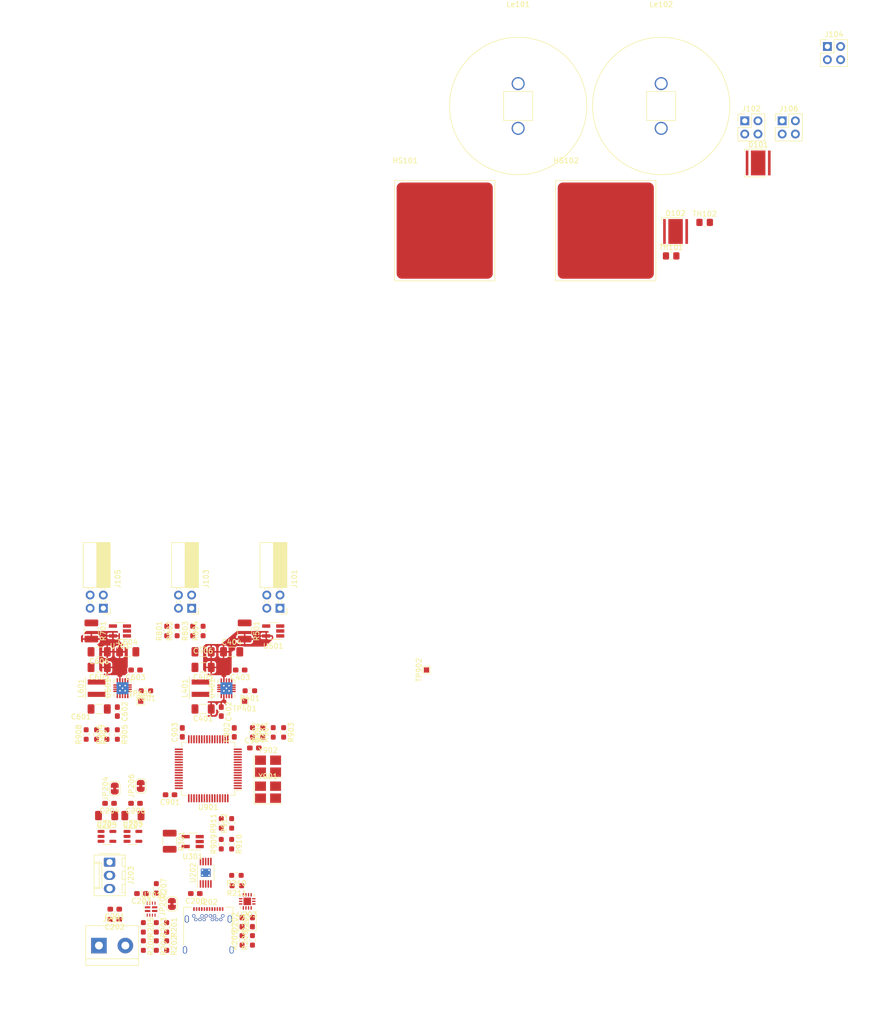
<source format=kicad_pcb>
(kicad_pcb (version 20211014) (generator pcbnew)
  (layers (0 "F.Cu" signal) (31 "B.Cu" signal) (34 "B.Paste" user) (35 "F.Paste" user) (36 "B.SilkS" user "B.Silkscreen") (37 "F.SilkS" user "F.Silkscreen") (38 "B.Mask" user) (39 "F.Mask" user) (44 "Edge.Cuts" user))
  (net 0 "")
  (net 1 "Net-(C201-Pad1)")
  (net 2 "GND")
  (net 3 "Net-(C203-Pad1)")
  (net 4 "Net-(C204-Pad1)")
  (net 5 "/current_probe_in/IV_Iout")
  (net 6 "/current_probe_1/IV_Iin")
  (net 7 "/current_probe_2/IV_Iin")
  (net 8 "/1V8_D")
  (net 9 "/1V8_A")
  (net 10 "/io/IO_BUTTONS1")
  (net 11 "/io/IO_BUTTONS2")
  (net 12 "/io/IO_BUTTONS3")
  (net 13 "/current_probe_1/IV_Iout")
  (net 14 "Net-(C206-Pad1)")
  (net 15 "/current_probe_2/IV_Iout")
  (net 16 "Net-(C208-Pad1)")
  (net 17 "Net-(C403-Pad1)")
  (net 18 "Net-(C603-Pad1)")
  (net 19 "Net-(D101-Pad3)")
  (net 20 "Net-(D102-Pad3)")
  (net 21 "Net-(D201-Pad1)")
  (net 22 "/io/IO_LEDRGBS3")
  (net 23 "/io/IO_LEDRGBS2")
  (net 24 "/io/IO_LEDRGBS1")
  (net 25 "Net-(D202-Pad1)")
  (net 26 "/io/IO_LEDRGBS6")
  (net 27 "/io/IO_LEDRGBS5")
  (net 28 "/io/IO_LEDRGBS4")
  (net 29 "/TC/TC_1+")
  (net 30 "/TC/TC_2+")
  (net 31 "/power_in/USB_DATA.D+")
  (net 32 "/power_in/USB_DATA.D-")
  (net 33 "/uC/SWDIO{slash}TMS")
  (net 34 "/uC/SWCLK{slash}TCK")
  (net 35 "/uC/SWO{slash}TDO")
  (net 36 "Net-(J104-Pad1)")
  (net 37 "/uC/TDI")
  (net 38 "Net-(J104-Pad2)")
  (net 39 "/uC/NRESET")
  (net 40 "/uC/Vin")
  (net 41 "/uC/Iin")
  (net 42 "/current_probe_in/IV_Iin")
  (net 43 "Net-(J104-Pad3)")
  (net 44 "Net-(J104-Pad4)")
  (net 45 "Net-(J202-PadA5)")
  (net 46 "Net-(J202-PadA8)")
  (net 47 "Net-(J202-PadB5)")
  (net 48 "Net-(J202-PadB8)")
  (net 49 "/power_in/I2C.SCL")
  (net 50 "/power_in/I2C.SDA")
  (net 51 "/dcdc1/DCDC_PG")
  (net 52 "/dcdc2/DCDC_PG")
  (net 53 "/current_probe_1/IV_Out")
  (net 54 "/uC/Vout1")
  (net 55 "/uC/Iout1")
  (net 56 "/current_probe_2/IV_Out")
  (net 57 "/uC/Vout2")
  (net 58 "/uC/Iout2")
  (net 59 "/current_probe_in/IV_Out")
  (net 60 "Net-(J203-Pad1)")
  (net 61 "Net-(J203-Pad2)")
  (net 62 "Net-(J901-Pad9)")
  (net 63 "Net-(J905-Pad1)")
  (net 64 "Net-(J905-Pad2)")
  (net 65 "Net-(J905-Pad3)")
  (net 66 "/dcdc1/DCDC_EN")
  (net 67 "Net-(J905-Pad4)")
  (net 68 "/dcdc1/DCDC_F")
  (net 69 "/dcdc2/DCDC_EN")
  (net 70 "Net-(J905-Pad5)")
  (net 71 "/dcdc2/DCDC_F")
  (net 72 "Net-(J905-Pad6)")
  (net 73 "Net-(J906-Pad1)")
  (net 74 "Net-(J906-Pad2)")
  (net 75 "Net-(J906-Pad3)")
  (net 76 "Net-(J906-Pad4)")
  (net 77 "Net-(J906-Pad5)")
  (net 78 "Net-(JP202-Pad1)")
  (net 79 "Net-(JP203-Pad2)")
  (net 80 "Net-(JP205-Pad2)")
  (net 81 "Net-(L401-Pad1)")
  (net 82 "Net-(L401-Pad2)")
  (net 83 "Net-(L601-Pad1)")
  (net 84 "Net-(L601-Pad2)")
  (net 85 "Net-(R201-Pad2)")
  (net 86 "Net-(R203-Pad2)")
  (net 87 "Net-(R205-Pad2)")
  (net 88 "Net-(R207-Pad2)")
  (net 89 "Net-(TP202-Pad1)")
  (net 90 "Net-(TP205-Pad1)")
  (net 91 "Net-(TP401-Pad1)")
  (net 92 "Net-(TP601-Pad1)")
  (net 95 "/power_in/BAT_STATE")
  (net 96 "/power_in/SWITCH_STATE")
  (net 97 "Net-(U901-Pad3)")
  (net 98 "Net-(U901-Pad4)")
  (net 99 "Net-(U901-Pad5)")
  (net 100 "Net-(U901-Pad6)")
  (footprint "Resistor_SMD:R_0603_1608Metric_Pad0.98x0.95mm_HandSolder" (layer "F.Cu") (at 54.5 99.5 -90)
    (fp_text reference "R203" (at 0 -1.43 90) (layer "F.SilkS"))
    (fp_text value "R")
    (pad "1" smd roundrect (at -0.9125 0 270) (size 0.975 0.95) (layers "F.Cu" "F.Paste" "F.Mask") (net 1 "Net-(C201-Pad1)"))
    (pad "2" smd roundrect (at 0.9125 0 270) (size 0.975 0.95) (layers "F.Cu" "F.Paste" "F.Mask") (net 86 "Net-(R203-Pad2)"))
  )
  (footprint "Jumper:SolderJumper-2_P1.3mm_Bridged_RoundedPad1.0x1.5mm" (layer "F.Cu") (at 46.5 72.8 90)
    (fp_text reference "JP204" (at 0 -1.8 90) (layer "F.SilkS"))
    (fp_text value "Jumper_2_Bridged")
    (fp_poly (pts (xy 0.25 -0.3) (xy -0.25 -0.3) (xy -0.25 0.3) (xy 0.25 0.3)) (layer "F.Cu") (width 0) (fill solid))
    (pad "1" smd custom (at -0.65 0 90) (size 1 0.5) (layers "F.Cu" "F.Mask") (net 4 "Net-(C204-Pad1)") (options (clearance outline) (anchor rect)) (primitives (gr_circle (center 0 0.25) (end 0.5 0.25) (width 0) (fill yes)) (gr_circle (center 0 -0.25) (end 0.5 -0.25) (width 0) (fill yes)) (gr_poly (pts (xy 0.5 0.75) (xy 0 0.75) (xy 0 -0.75) (xy 0.5 -0.75)) (width 0) (fill yes))))
    (pad "2" smd custom (at 0.65 0 90) (size 1 0.5) (layers "F.Cu" "F.Mask") (net 8 "/1V8_D") (options (clearance outline) (anchor rect)) (primitives (gr_circle (center 0 0.25) (end 0.5 0.25) (width 0) (fill yes)) (gr_circle (center 0 -0.25) (end 0.5 -0.25) (width 0) (fill yes)) (gr_poly (pts (xy 0 0.75) (xy -0.5 0.75) (xy -0.5 -0.75) (xy 0 -0.75)) (width 0) (fill yes))))
  )
  (footprint "Package_TO_SOT_SMD:SOT-23-5" (layer "F.Cu") (at 45 82)
    (fp_text reference "U204" (at 0 -2.4) (layer "F.SilkS"))
    (fp_text value "TLV71318PDBV")
    (pad "1" smd roundrect (at -1.1375 -0.95) (size 1.325 0.6) (layers "F.Cu" "F.Paste" "F.Mask") (net 78 "Net-(JP202-Pad1)"))
    (pad "2" smd roundrect (at -1.1375 0) (size 1.325 0.6) (layers "F.Cu" "F.Paste" "F.Mask") (net 2 "GND"))
    (pad "3" smd roundrect (at -1.1375 0.95) (size 1.325 0.6) (layers "F.Cu" "F.Paste" "F.Mask") (net 79 "Net-(JP203-Pad2)"))
    (pad "4" smd roundrect (at 1.1375 0.95) (size 1.325 0.6) (layers "F.Cu" "F.Paste" "F.Mask"))
    (pad "5" smd roundrect (at 1.1375 -0.95) (size 1.325 0.6) (layers "F.Cu" "F.Paste" "F.Mask") (net 4 "Net-(C204-Pad1)"))
  )
  (footprint "Resistor_SMD:R_0805_2012Metric_Pad1.20x1.40mm_HandSolder" (layer "F.Cu") (at 160.033 -36.087)
    (fp_text reference "TH102" (at 0 -1.65) (layer "F.SilkS"))
    (fp_text value "Thermistor_PTC")
    (pad "1" smd roundrect (at -1 0) (size 1.2 1.4) (layers "F.Cu" "F.Paste" "F.Mask") (roundrect_rratio 0.208333) (net 38 "Net-(J104-Pad2)"))
    (pad "2" smd roundrect (at 1 0) (size 1.2 1.4) (layers "F.Cu" "F.Paste" "F.Mask") (roundrect_rratio 0.208333) (net 36 "Net-(J104-Pad1)"))
  )
  (footprint "Resistor_SMD:R_0603_1608Metric_Pad0.98x0.95mm_HandSolder" (layer "F.Cu") (at 56.5 42.5 90)
    (fp_text reference "R801" (at 0 -1.43 90) (layer "F.SilkS"))
    (fp_text value "R")
    (pad "1" smd roundrect (at -0.9125 0 90) (size 0.975 0.95) (layers "F.Cu" "F.Paste" "F.Mask") (net 9 "/1V8_A"))
    (pad "2" smd roundrect (at 0.9125 0 90) (size 0.975 0.95) (layers "F.Cu" "F.Paste" "F.Mask") (net 29 "/TC/TC_1+"))
  )
  (footprint "Package_QFP:LQFP-64_10x10mm_P0.5mm" (layer "F.Cu") (at 64.5 69 180)
    (fp_text reference "U901" (at 0 -7.4) (layer "F.SilkS"))
    (fp_text value "STM32L476RG")
    (pad "1" smd roundrect (at -5.675 -3.75 180) (size 1.55 0.3) (layers "F.Cu" "F.Paste" "F.Mask") (net 8 "/1V8_D"))
    (pad "2" smd roundrect (at -5.675 -3.25 180) (size 1.55 0.3) (layers "F.Cu" "F.Paste" "F.Mask") (net 95 "/power_in/BAT_STATE"))
    (pad "3" smd roundrect (at -5.675 -2.75 180) (size 1.55 0.3) (layers "F.Cu" "F.Paste" "F.Mask") (net 97 "Net-(U901-Pad3)"))
    (pad "4" smd roundrect (at -5.675 -2.25 180) (size 1.55 0.3) (layers "F.Cu" "F.Paste" "F.Mask") (net 98 "Net-(U901-Pad4)"))
    (pad "5" smd roundrect (at -5.675 -1.75 180) (size 1.55 0.3) (layers "F.Cu" "F.Paste" "F.Mask") (net 99 "Net-(U901-Pad5)"))
    (pad "6" smd roundrect (at -5.675 -1.25 180) (size 1.55 0.3) (layers "F.Cu" "F.Paste" "F.Mask") (net 100 "Net-(U901-Pad6)"))
    (pad "7" smd roundrect (at -5.675 -0.75 180) (size 1.55 0.3) (layers "F.Cu" "F.Paste" "F.Mask"))
    (pad "8" smd roundrect (at -5.675 -0.25 180) (size 1.55 0.3) (layers "F.Cu" "F.Paste" "F.Mask") (net 55 "/uC/Iout1"))
    (pad "9" smd roundrect (at -5.675 0.25 180) (size 1.55 0.3) (layers "F.Cu" "F.Paste" "F.Mask") (net 54 "/uC/Vout1"))
    (pad "10" smd roundrect (at -5.675 0.75 180) (size 1.55 0.3) (layers "F.Cu" "F.Paste" "F.Mask") (net 29 "/TC/TC_1+"))
    (pad "11" smd roundrect (at -5.675 1.25 180) (size 1.55 0.3) (layers "F.Cu" "F.Paste" "F.Mask") (net 40 "/uC/Vin"))
    (pad "12" smd roundrect (at -5.675 1.75 180) (size 1.55 0.3) (layers "F.Cu" "F.Paste" "F.Mask") (net 2 "GND"))
    (pad "13" smd roundrect (at -5.675 2.25 180) (size 1.55 0.3) (layers "F.Cu" "F.Paste" "F.Mask") (net 9 "/1V8_A"))
    (pad "14" smd roundrect (at -5.675 2.75 180) (size 1.55 0.3) (layers "F.Cu" "F.Paste" "F.Mask") (net 51 "/dcdc1/DCDC_PG"))
    (pad "15" smd roundrect (at -5.675 3.25 180) (size 1.55 0.3) (layers "F.Cu" "F.Paste" "F.Mask") (net 66 "/dcdc1/DCDC_EN"))
    (pad "16" smd roundrect (at -5.675 3.75 180) (size 1.55 0.3) (layers "F.Cu" "F.Paste" "F.Mask"))
    (pad "17" smd roundrect (at -3.75 5.675 180) (size 0.3 1.55) (layers "F.Cu" "F.Paste" "F.Mask"))
    (pad "18" smd roundrect (at -3.25 5.675 180) (size 0.3 1.55) (layers "F.Cu" "F.Paste" "F.Mask") (net 8 "/1V8_D"))
    (pad "19" smd roundrect (at -2.75 5.675 180) (size 0.3 1.55) (layers "F.Cu" "F.Paste" "F.Mask"))
    (pad "20" smd roundrect (at -2.25 5.675 180) (size 0.3 1.55) (layers "F.Cu" "F.Paste" "F.Mask") (net 68 "/dcdc1/DCDC_F"))
    (pad "21" smd roundrect (at -1.75 5.675 180) (size 0.3 1.55) (layers "F.Cu" "F.Paste" "F.Mask") (net 71 "/dcdc2/DCDC_F"))
    (pad "22" smd roundrect (at -1.25 5.675 180) (size 0.3 1.55) (layers "F.Cu" "F.Paste" "F.Mask") (net 57 "/uC/Vout2"))
    (pad "23" smd roundrect (at -0.75 5.675 180) (size 0.3 1.55) (layers "F.Cu" "F.Paste" "F.Mask") (net 58 "/uC/Iout2"))
    (pad "24" smd roundrect (at -0.25 5.675 180) (size 0.3 1.55) (layers "F.Cu" "F.Paste" "F.Mask") (net 2 "GND"))
    (pad "25" smd roundrect (at 0.25 5.675 180) (size 0.3 1.55) (layers "F.Cu" "F.Paste" "F.Mask") (net 41 "/uC/Iin"))
    (pad "26" smd roundrect (at 0.75 5.675 180) (size 0.3 1.55) (layers "F.Cu" "F.Paste" "F.Mask") (net 52 "/dcdc2/DCDC_PG"))
    (pad "27" smd roundrect (at 1.25 5.675 180) (size 0.3 1.55) (layers "F.Cu" "F.Paste" "F.Mask") (net 69 "/dcdc2/DCDC_EN"))
    (pad "28" smd roundrect (at 1.75 5.675 180) (size 0.3 1.55) (layers "F.Cu" "F.Paste" "F.Mask") (net 63 "Net-(J905-Pad1)"))
    (pad "29" smd roundrect (at 2.25 5.675 180) (size 0.3 1.55) (layers "F.Cu" "F.Paste" "F.Mask") (net 70 "Net-(J905-Pad5)"))
    (pad "30" smd roundrect (at 2.75 5.675 180) (size 0.3 1.55) (layers "F.Cu" "F.Paste" "F.Mask") (net 72 "Net-(J905-Pad6)"))
    (pad "31" smd roundrect (at 3.25 5.675 180) (size 0.3 1.55) (layers "F.Cu" "F.Paste" "F.Mask") (net 8 "/1V8_D"))
    (pad "32" smd roundrect (at 3.75 5.675 180) (size 0.3 1.55) (layers "F.Cu" "F.Paste" "F.Mask"))
    (pad "33" smd roundrect (at 5.675 3.75 180) (size 1.55 0.3) (layers "F.Cu" "F.Paste" "F.Mask") (net 73 "Net-(J906-Pad1)"))
    (pad "34" smd roundrect (at 5.675 3.25 180) (size 1.55 0.3) (layers "F.Cu" "F.Paste" "F.Mask") (net 74 "Net-(J906-Pad2)"))
    (pad "35" smd roundrect (at 5.675 2.75 180) (size 1.55 0.3) (layers "F.Cu" "F.Paste" "F.Mask") (net 26 "/io/IO_LEDRGBS6"))
    (pad "36" smd roundrect (at 5.675 2.25 180) (size 1.55 0.3) (layers "F.Cu" "F.Paste" "F.Mask") (net 27 "/io/IO_LEDRGBS5"))
    (pad "37" smd roundrect (at 5.675 1.75 180) (size 1.55 0.3) (layers "F.Cu" "F.Paste" "F.Mask") (net 28 "/io/IO_LEDRGBS4"))
    (pad "38" smd roundrect (at 5.675 1.25 180) (size 1.55 0.3) (layers "F.Cu" "F.Paste" "F.Mask") (net 22 "/io/IO_LEDRGBS3"))
    (pad "39" smd roundrect (at 5.675 0.75 180) (size 1.55 0.3) (layers "F.Cu" "F.Paste" "F.Mask") (net 23 "/io/IO_LEDRGBS2"))
    (pad "40" smd roundrect (at 5.675 0.25 180) (size 1.55 0.3) (layers "F.Cu" "F.Paste" "F.Mask") (net 24 "/io/IO_LEDRGBS1"))
    (pad "41" smd roundrect (at 5.675 -0.25 180) (size 1.55 0.3) (layers "F.Cu" "F.Paste" "F.Mask") (net 10 "/io/IO_BUTTONS1"))
    (pad "42" smd roundrect (at 5.675 -0.75 180) (size 1.55 0.3) (layers "F.Cu" "F.Paste" "F.Mask") (net 11 "/io/IO_BUTTONS2"))
    (pad "43" smd roundrect (at 5.675 -1.25 180) (size 1.55 0.3) (layers "F.Cu" "F.Paste" "F.Mask") (net 12 "/io/IO_BUTTONS3"))
    (pad "44" smd roundrect (at 5.675 -1.75 180) (size 1.55 0.3) (layers "F.Cu" "F.Paste" "F.Mask") (net 32 "/power_in/USB_DATA.D-"))
    (pad "45" smd roundrect (at 5.675 -2.25 180) (size 1.55 0.3) (layers "F.Cu" "F.Paste" "F.Mask") (net 31 "/power_in/USB_DATA.D+"))
    (pad "46" smd roundrect (at 5.675 -2.75 180) (size 1.55 0.3) (layers "F.Cu" "F.Paste" "F.Mask") (net 33 "/uC/SWDIO{slash}TMS"))
    (pad "47" smd roundrect (at 5.675 -3.25 180) (size 1.55 0.3) (layers "F.Cu" "F.Paste" "F.Mask") (net 2 "GND"))
    (pad "48" smd roundrect (at 5.675 -3.75 180) (size 1.55 0.3) (layers "F.Cu" "F.Paste" "F.Mask") (net 8 "/1V8_D"))
    (pad "49" smd roundrect (at 3.75 -5.675 180) (size 0.3 1.55) (layers "F.Cu" "F.Paste" "F.Mask") (net 34 "/uC/SWCLK{slash}TCK"))
    (pad "50" smd roundrect (at 3.25 -5.675 180) (size 0.3 1.55) (layers "F.Cu" "F.Paste" "F.Mask") (net 37 "/uC/TDI"))
    (pad "51" smd roundrect (at 2.75 -5.675 180) (size 0.3 1.55) (layers "F.Cu" "F.Paste" "F.Mask") (net 75 "Net-(J906-Pad3)"))
    (pad "52" smd roundrect (at 2.25 -5.675 180) (size 0.3 1.55) (layers "F.Cu" "F.Paste" "F.Mask") (net 76 "Net-(J906-Pad4)"))
    (pad "53" smd roundrect (at 1.75 -5.675 180) (size 0.3 1.55) (layers "F.Cu" "F.Paste" "F.Mask") (net 77 "Net-(J906-Pad5)"))
    (pad "54" smd roundrect (at 1.25 -5.675 180) (size 0.3 1.55) (layers "F.Cu" "F.Paste" "F.Mask") (net 96 "/power_in/SWITCH_STATE"))
    (pad "55" smd roundrect (at 0.75 -5.675 180) (size 0.3 1.55) (layers "F.Cu" "F.Paste" "F.Mask") (net 35 "/uC/SWO{slash}TDO"))
    (pad "56" smd roundrect (at 0.25 -5.675 180) (size 0.3 1.55) (layers "F.Cu" "F.Paste" "F.Mask") (net 39 "/uC/NRESET"))
    (pad "57" smd roundrect (at -0.25 -5.675 180) (size 0.3 1.55) (layers "F.Cu" "F.Paste" "F.Mask") (net 64 "Net-(J905-Pad2)"))
    (pad "58" smd roundrect (at -0.75 -5.675 180) (size 0.3 1.55) (layers "F.Cu" "F.Paste" "F.Mask") (net 49 "/power_in/I2C.SCL"))
    (pad "59" smd roundrect (at -1.25 -5.675 180) (size 0.3 1.55) (layers "F.Cu" "F.Paste" "F.Mask") (net 50 "/power_in/I2C.SDA"))
    (pad "60" smd roundrect (at -1.75 -5.675 180) (size 0.3 1.55) (layers "F.Cu" "F.Paste" "F.Mask"))
    (pad "61" smd roundrect (at -2.25 -5.675 180) (size 0.3 1.55) (layers "F.Cu" "F.Paste" "F.Mask") (net 65 "Net-(J905-Pad3)"))
    (pad "62" smd roundrect (at -2.75 -5.675 180) (size 0.3 1.55) (layers "F.Cu" "F.Paste" "F.Mask") (net 67 "Net-(J905-Pad4)"))
    (pad "63" smd roundrect (at -3.25 -5.675 180) (size 0.3 1.55) (layers "F.Cu" "F.Paste" "F.Mask") (net 2 "GND"))
    (pad "64" smd roundrect (at -3.75 -5.675 180) (size 0.3 1.55) (layers "F.Cu" "F.Paste" "F.Mask") (net 8 "/1V8_D"))
  )
  (footprint "Connector_PinSocket_2.54mm:PinSocket_2x02_P2.54mm_Horizontal" (layer "F.Cu") (at 78.3 38.125 -90)
    (fp_text reference "J101" (at -5.65 -2.77 90) (layer "F.SilkS"))
    (fp_text value "Conn_02x02_Counter_Clockwise")
    (pad "1" thru_hole rect (at 0 0 270) (size 1.7 1.7) (drill 1) (layers *.Cu *.Mask) (net 2 "GND"))
    (pad "2" thru_hole oval (at -2.54 0 270) (size 1.7 1.7) (drill 1) (layers *.Cu *.Mask) (net 2 "GND"))
    (pad "3" thru_hole oval (at 0 2.54 270) (size 1.7 1.7) (drill 1) (layers *.Cu *.Mask) (net 13 "/current_probe_1/IV_Iout"))
    (pad "4" thru_hole oval (at -2.54 2.54 270) (size 1.7 1.7) (drill 1) (layers *.Cu *.Mask) (net 13 "/current_probe_1/IV_Iout"))
  )
  (footprint "Package_DFN_QFN:WQFN-14-1EP_2.5x2.5mm_P0.5mm_EP1.45x1.45mm" (layer "F.Cu") (at 72 94.5 180)
    (fp_text reference "U203" (at 0 -2.55) (layer "F.SilkS"))
    (fp_text value "FUSB302B01MPX")
    (pad "1" smd roundrect (at -1.2625 -0.5 180) (size 0.675 0.25) (layers "F.Cu" "F.Paste" "F.Mask") (net 21 "Net-(D201-Pad1)"))
    (pad "2" smd roundrect (at -1.2625 0 180) (size 0.675 0.25) (layers "F.Cu" "F.Paste" "F.Mask") (net 16 "Net-(C208-Pad1)"))
    (pad "3" smd roundrect (at -1.2625 0.5 180) (size 0.675 0.25) (layers "F.Cu" "F.Paste" "F.Mask") (net 8 "/1V8_D"))
    (pad "4" smd roundrect (at -0.75 1.2625 180) (size 0.25 0.675) (layers "F.Cu" "F.Paste" "F.Mask") (net 8 "/1V8_D"))
    (pad "5" smd roundrect (at -0.25 1.2625 180) (size 0.25 0.675) (layers "F.Cu" "F.Paste" "F.Mask") (net 89 "Net-(TP202-Pad1)"))
    (pad "6" smd roundrect (at 0.25 1.2625 180) (size 0.25 0.675) (layers "F.Cu" "F.Paste" "F.Mask") (net 49 "/power_in/I2C.SCL"))
    (pad "7" smd roundrect (at 0.75 1.2625 180) (size 0.25 0.675) (layers "F.Cu" "F.Paste" "F.Mask") (net 50 "/power_in/I2C.SDA"))
    (pad "8" smd roundrect (at 1.2625 0.5 180) (size 0.675 0.25) (layers "F.Cu" "F.Paste" "F.Mask") (net 2 "GND"))
    (pad "9" smd roundrect (at 1.2625 0 180) (size 0.675 0.25) (layers "F.Cu" "F.Paste" "F.Mask") (net 2 "GND"))
    (pad "10" smd roundrect (at 1.2625 -0.5 180) (size 0.675 0.25) (layers "F.Cu" "F.Paste" "F.Mask") (net 25 "Net-(D202-Pad1)"))
    (pad "11" smd roundrect (at 0.75 -1.2625 180) (size 0.25 0.675) (layers "F.Cu" "F.Paste" "F.Mask") (net 25 "Net-(D202-Pad1)"))
    (pad "12" smd roundrect (at 0.25 -1.2625 180) (size 0.25 0.675) (layers "F.Cu" "F.Paste" "F.Mask") (net 90 "Net-(TP205-Pad1)"))
    (pad "13" smd roundrect (at -0.25 -1.2625 180) (size 0.25 0.675) (layers "F.Cu" "F.Paste" "F.Mask") (net 90 "Net-(TP205-Pad1)"))
    (pad "14" smd roundrect (at -0.75 -1.2625 180) (size 0.25 0.675) (layers "F.Cu" "F.Paste" "F.Mask") (net 21 "Net-(D201-Pad1)"))
    (pad "15" smd rect (at 0 0 180) (size 1.45 1.45) (layers "F.Cu" "F.Mask") (net 2 "GND"))
  )
  (footprint "Resistor_SMD:R_0603_1608Metric_Pad0.98x0.95mm_HandSolder" (layer "F.Cu") (at 52.5 54 180)
    (fp_text reference "R601" (at 0 -1.43) (layer "F.SilkS"))
    (fp_text value "R")
    (pad "1" smd roundrect (at -0.9125 0 180) (size 0.975 0.95) (layers "F.Cu" "F.Paste" "F.Mask") (net 8 "/1V8_D"))
    (pad "2" smd roundrect (at 0.9125 0 180) (size 0.975 0.95) (layers "F.Cu" "F.Paste" "F.Mask") (net 52 "/dcdc2/DCDC_PG"))
  )
  (footprint "Resistor_SMD:R_1210_3225Metric_Pad1.30x2.65mm_HandSolder" (layer "F.Cu") (at 71.5 42.5 -90)
    (fp_text reference "R501" (at 0 -2.28 90) (layer "F.SilkS"))
    (fp_text value "R")
    (pad "1" smd roundrect (at -1.55 0 270) (size 1.3 2.65) (layers "F.Cu" "F.Paste" "F.Mask") (roundrect_rratio 0.192308) (net 13 "/current_probe_1/IV_Iout"))
    (pad "2" smd roundrect (at 1.55 0 270) (size 1.3 2.65) (layers "F.Cu" "F.Paste" "F.Mask") (roundrect_rratio 0.192308) (net 6 "/current_probe_1/IV_Iin"))
  )
  (footprint "Resistor_SMD:R_0603_1608Metric_Pad0.98x0.95mm_HandSolder" (layer "F.Cu") (at 69 79.5 90)
    (fp_text reference "R912" (at 0 -1.43 90) (layer "F.SilkS"))
    (fp_text value "R")
    (pad "1" smd roundrect (at -0.9125 0 90) (size 0.975 0.95) (layers "F.Cu" "F.Paste" "F.Mask") (net 41 "/uC/Iin"))
    (pad "2" smd roundrect (at 0.9125 0 90) (size 0.975 0.95) (layers "F.Cu" "F.Paste" "F.Mask") (net 2 "GND"))
  )
  (footprint "lamp_devboard_lib:EMILY" (layer "F.Cu") (at 151.666 -58.474)
    (fp_text reference "Le102" (at 0 -19.534 unlocked) (layer "F.SilkS"))
    (fp_text value "Lense")
    (pad "1" thru_hole circle (at 0 4.3) (size 2.5 2.5) (drill 2) (layers *.Cu *.Mask))
    (pad "1" thru_hole circle (at 0 -4.3) (size 2.5 2.5) (drill 2) (layers *.Cu *.Mask))
  )
  (footprint "Package_TO_SOT_SMD:SOT-23-5_HandSoldering" (layer "F.Cu") (at 61.5 83 180)
    (fp_text reference "U301" (at 0 -2.9) (layer "F.SilkS"))
    (fp_text value "MAX9938")
    (pad "1" smd rect (at -1.35 -0.95 180) (size 1.56 0.65) (layers "F.Cu" "F.Paste" "F.Mask") (net 2 "GND"))
    (pad "2" smd rect (at -1.35 0 180) (size 1.56 0.65) (layers "F.Cu" "F.Paste" "F.Mask") (net 2 "GND"))
    (pad "3" smd rect (at -1.35 0.95 180) (size 1.56 0.65) (layers "F.Cu" "F.Paste" "F.Mask") (net 59 "/current_probe_in/IV_Out"))
    (pad "4" smd rect (at 1.35 0.95 180) (size 1.56 0.65) (layers "F.Cu" "F.Paste" "F.Mask") (net 5 "/current_probe_in/IV_Iout"))
    (pad "5" smd rect (at 1.35 -0.95 180) (size 1.56 0.65) (layers "F.Cu" "F.Paste" "F.Mask") (net 42 "/current_probe_in/IV_Iin"))
  )
  (footprint "Resistor_SMD:R_0603_1608Metric_Pad0.98x0.95mm_HandSolder" (layer "F.Cu") (at 63.5 42.5 90)
    (fp_text reference "R804" (at 0 -1.43 90) (layer "F.SilkS"))
    (fp_text value "R")
    (pad "1" smd roundrect (at -0.9125 0 90) (size 0.975 0.95) (layers "F.Cu" "F.Paste" "F.Mask") (net 9 "/1V8_A"))
    (pad "2" smd roundrect (at 0.9125 0 90) (size 0.975 0.95) (layers "F.Cu" "F.Paste" "F.Mask") (net 30 "/TC/TC_2+"))
  )
  (footprint "Connector_Molex:Molex_KK-254_AE-6410-03A_1x03_P2.54mm_Vertical" (layer "F.Cu") (at 45.5 86.96 -90)
    (fp_text reference "J203" (at 2.54 -4.12 90) (layer "F.SilkS"))
    (fp_text value "Conn_01x03")
    (pad "1" thru_hole roundrect (at 0 0 270) (size 1.74 2.19) (drill 1.19) (layers *.Cu *.Mask) (roundrect_rratio 0.143678) (net 60 "Net-(J203-Pad1)"))
    (pad "2" thru_hole oval (at 2.54 0 270) (size 1.74 2.19) (drill 1.19) (layers *.Cu *.Mask) (net 61 "Net-(J203-Pad2)"))
    (pad "3" thru_hole oval (at 5.08 0 270) (size 1.74 2.19) (drill 1.19) (layers *.Cu *.Mask) (net 2 "GND"))
  )
  (footprint "Capacitor_SMD:C_1206_3216Metric_Pad1.33x1.80mm_HandSolder" (layer "F.Cu") (at 63.5 46.5 180)
    (fp_text reference "C406" (at 0 0.15) (layer "F.SilkS"))
    (fp_text value "C")
    (pad "1" smd roundrect (at -1.5625 0 180) (size 1.325 1.8) (layers "F.Cu" "F.Paste" "F.Mask") (roundrect_rratio 0.188679) (net 6 "/current_probe_1/IV_Iin"))
    (pad "2" smd roundrect (at 1.5625 0 180) (size 1.325 1.8) (layers "F.Cu" "F.Paste" "F.Mask") (roundrect_rratio 0.188679) (net 2 "GND"))
  )
  (footprint "Jumper:SolderJumper-2_P1.3mm_Bridged_RoundedPad1.0x1.5mm" (layer "F.Cu") (at 57.5 95 90)
    (fp_text reference "JP202" (at 0 -1.8 90) (layer "F.SilkS"))
    (fp_text value "Jumper_2_Bridged")
    (fp_poly (pts (xy 0.25 -0.3) (xy -0.25 -0.3) (xy -0.25 0.3) (xy 0.25 0.3)) (layer "F.Cu") (width 0) (fill solid))
    (pad "1" smd custom (at -0.65 0 90) (size 1 0.5) (layers "F.Cu" "F.Mask") (net 78 "Net-(JP202-Pad1)") (options (clearance outline) (anchor rect)) (primitives (gr_circle (center 0 0.25) (end 0.5 0.25) (width 0) (fill yes)) (gr_circle (center 0 -0.25) (end 0.5 -0.25) (width 0) (fill yes)) (gr_poly (pts (xy 0.5 0.75) (xy 0 0.75) (xy 0 -0.75) (xy 0.5 -0.75)) (width 0) (fill yes))))
    (pad "2" smd custom (at 0.65 0 90) (size 1 0.5) (layers "F.Cu" "F.Mask") (net 42 "/current_probe_in/IV_Iin") (options (clearance outline) (anchor rect)) (primitives (gr_circle (center 0 0.25) (end 0.5 0.25) (width 0) (fill yes)) (gr_circle (center 0 -0.25) (end 0.5 -0.25) (width 0) (fill yes)) (gr_poly (pts (xy 0 0.75) (xy -0.5 0.75) (xy -0.5 -0.75) (xy 0 -0.75)) (width 0) (fill yes))))
  )
  (footprint "Connector_PinSocket_2.54mm:PinSocket_2x02_P2.54mm_Horizontal" (layer "F.Cu") (at 44.3 38.125 -90)
    (fp_text reference "J105" (at -5.65 -2.77 90) (layer "F.SilkS"))
    (fp_text value "Conn_02x02_Counter_Clockwise")
    (pad "1" thru_hole rect (at 0 0 270) (size 1.7 1.7) (drill 1) (layers *.Cu *.Mask) (net 2 "GND"))
    (pad "2" thru_hole oval (at -2.54 0 270) (size 1.7 1.7) (drill 1) (layers *.Cu *.Mask) (net 2 "GND"))
    (pad "3" thru_hole oval (at 0 2.54 270) (size 1.7 1.7) (drill 1) (layers *.Cu *.Mask) (net 15 "/current_probe_2/IV_Iout"))
    (pad "4" thru_hole oval (at -2.54 2.54 270) (size 1.7 1.7) (drill 1) (layers *.Cu *.Mask) (net 15 "/current_probe_2/IV_Iout"))
  )
  (footprint "Resistor_SMD:R_0603_1608Metric_Pad0.98x0.95mm_HandSolder" (layer "F.Cu") (at 73 62 -90)
    (fp_text reference "R901" (at 0 -1.43 90) (layer "F.SilkS"))
    (fp_text value "R")
    (pad "1" smd roundrect (at -0.9125 0 270) (size 0.975 0.95) (layers "F.Cu" "F.Paste" "F.Mask") (net 53 "/current_probe_1/IV_Out"))
    (pad "2" smd roundrect (at 0.9125 0 270) (size 0.975 0.95) (layers "F.Cu" "F.Paste" "F.Mask") (net 54 "/uC/Vout1"))
  )
  (footprint "Resistor_SMD:R_0603_1608Metric_Pad0.98x0.95mm_HandSolder" (layer "F.Cu") (at 45 62.4125 90)
    (fp_text reference "R906" (at 0 -1.43 90) (layer "F.SilkS"))
    (fp_text value "R")
    (pad "1" smd roundrect (at -0.9125 0 90) (size 0.975 0.95) (layers "F.Cu" "F.Paste" "F.Mask") (net 57 "/uC/Vout2"))
    (pad "2" smd roundrect (at 0.9125 0 90) (size 0.975 0.95) (layers "F.Cu" "F.Paste" "F.Mask") (net 2 "GND"))
  )
  (footprint "Capacitor_SMD:C_0603_1608Metric_Pad1.08x0.95mm_HandSolder" (layer "F.Cu") (at 45.5 75.65 180)
    (fp_text reference "C204" (at 0 -1.43) (layer "F.SilkS"))
    (fp_text value "C")
    (pad "1" smd roundrect (at -0.8625 0 180) (size 1.075 0.95) (layers "F.Cu" "F.Paste" "F.Mask") (net 4 "Net-(C204-Pad1)"))
    (pad "2" smd roundrect (at 0.8625 0 180) (size 1.075 0.95) (layers "F.Cu" "F.Paste" "F.Mask") (net 2 "GND"))
  )
  (footprint "Connector_USB:USB_C_Receptacle_Amphenol_12401548E4-2A" (layer "F.Cu") (at 64.5 101)
    (fp_text reference "J202" (at 0 -6.36) (layer "F.SilkS"))
    (fp_text value "USB_C_Receptacle_USB2.0")
    (pad "" np_thru_hole circle (at -3.6 -4.36) (size 0.65 0.65) (drill 0.65) (layers *.Cu *.Mask))
    (pad "" np_thru_hole oval (at 3.6 -4.36) (size 0.95 0.65) (drill oval 0.95 0.65) (layers *.Cu *.Mask))
    (pad "A1" smd rect (at -2.75 -5.02) (size 0.3 0.7) (layers "F.Cu" "F.Paste" "F.Mask") (net 2 "GND"))
    (pad "A2" smd rect (at -2.25 -5.02) (size 0.3 0.7) (layers "F.Cu" "F.Paste" "F.Mask"))
    (pad "A3" smd rect (at -1.75 -5.02) (size 0.3 0.7) (layers "F.Cu" "F.Paste" "F.Mask"))
    (pad "A4" smd rect (at -1.25 -5.02) (size 0.3 0.7) (layers "F.Cu" "F.Paste" "F.Mask") (net 16 "Net-(C208-Pad1)"))
    (pad "A5" smd rect (at -0.75 -5.02) (size 0.3 0.7) (layers "F.Cu" "F.Paste" "F.Mask") (net 45 "Net-(J202-PadA5)"))
    (pad "A6" smd rect (at -0.25 -5.02) (size 0.3 0.7) (layers "F.Cu" "F.Paste" "F.Mask") (net 31 "/power_in/USB_DATA.D+"))
    (pad "A7" smd rect (at 0.25 -5.02) (size 0.3 0.7) (layers "F.Cu" "F.Paste" "F.Mask") (net 32 "/power_in/USB_DATA.D-"))
    (pad "A8" smd rect (at 0.75 -5.02) (size 0.3 0.7) (layers "F.Cu" "F.Paste" "F.Mask") (net 46 "Net-(J202-PadA8)"))
    (pad "A9" smd rect (at 1.25 -5.02) (size 0.3 0.7) (layers "F.Cu" "F.Paste" "F.Mask") (net 16 "Net-(C208-Pad1)"))
    (pad "A10" smd rect (at 1.75 -5.02) (size 0.3 0.7) (layers "F.Cu" "F.Paste" "F.Mask"))
    (pad "A11" smd rect (at 2.25 -5.02) (size 0.3 0.7) (layers "F.Cu" "F.Paste" "F.Mask"))
    (pad "A12" smd rect (at 2.75 -5.02) (size 0.3 0.7) (layers "F.Cu" "F.Paste" "F.Mask") (net 2 "GND"))
    (pad "B1" thru_hole circle (at 2.8 -3.71) (size 0.65 0.65) (drill 0.4) (layers *.Cu *.Mask) (net 2 "GND"))
    (pad "B2" thru_hole circle (at 2.4 -3.01) (size 0.65 0.65) (drill 0.4) (layers *.Cu *.Mask))
    (pad "B3" thru_hole circle (at 1.6 -3.01) (size 0.65 0.65) (drill 0.4) (layers *.Cu *.Mask))
    (pad "B4" thru_hole circle (at 1.2 -3.71) (size 0.65 0.65) (drill 0.4) (layers *.Cu *.Mask) (net 16 "Net-(C208-Pad1)"))
    (pad "B5" thru_hole circle (at 0.8 -3.01) (size 0.65 0.65) (drill 0.4) (layers *.Cu *.Mask) (net 47 "Net-(J202-PadB5)"))
    (pad "B6" thru_hole circle (at 0.4 -3.71) (size 0.65 0.65) (drill 0.4) (layers *.Cu *.Mask) (net 31 "/power_in/USB_DATA.D+"))
    (pad "B7" thru_hole circle (at -0.4 -3.71) (size 0.65 0.65) (drill 0.4) (layers *.Cu *.Mask) (net 32 "/power_in/USB_DATA.D-"))
    (pad "B8" thru_hole circle (at -0.8 -3.01) (size 0.65 0.65) (drill 0.4) (layers *.Cu *.Mask) (net 48 "Net-(J202-PadB8)"))
    (pad "B9" thru_hole circle (at -1.2 -3.71) (size 0.65 0.65) (drill 0.4) (layers *.Cu *.Mask) (net 16 "Net-(C208-Pad1)"))
    (pad "B10" thru_hole circle (at -1.6 -3.01) (size 0.65 0.65) (drill 0.4) (layers *.Cu *.Mask))
    (pad "B11" thru_hole circle (at -2.4 -3.01) (size 0.65 0.65) (drill 0.4) (layers *.Cu *.Mask))
    (pad "B12" thru_hole circle (at -2.8 -3.71) (size 0.65 0.65) (drill 0.4) (layers *.Cu *.Mask) (net 2 "GND"))
    (pad "S1" thru_hole oval (at -4.13 -3.11) (size 0.8 1.4) (drill oval 0.5 1.1) (layers *.Cu *.Mask) (net 2 "GND"))
    (pad "S1" thru_hole oval (at 4.13 -3.11) (size 0.8 1.4) (drill oval 0.5 1.1) (layers *.Cu *.Mask) (net 2 "GND"))
    (pad "S1" thru_hole oval (at 4.49 2.84) (size 0.8 1.4) (drill oval 0.5 1.1) (layers *.Cu *.Mask) (net 2 "GND"))
    (pad "S1" thru_hole oval (at -4.49 2.84) (size 0.8 1.4) (drill oval 0.5 1.1) (layers *.Cu *.Mask) (net 2 "GND"))
  )
  (footprint "Resistor_SMD:R_0603_1608Metric_Pad0.98x0.95mm_HandSolder" (layer "F.Cu") (at 41 62.4125 90)
    (fp_text reference "R908" (at 0 -1.43 90) (layer "F.SilkS"))
    (fp_text value "R")
    (pad "1" smd roundrect (at -0.9125 0 90) (size 0.975 0.95) (layers "F.Cu" "F.Paste" "F.Mask") (net 58 "/uC/Iout2"))
    (pad "2" smd roundrect (at 0.9125 0 90) (size 0.975 0.95) (layers "F.Cu" "F.Paste" "F.Mask") (net 2 "GND"))
  )
  (footprint "Capacitor_SMD:C_1206_3216Metric_Pad1.33x1.80mm_HandSolder" (layer "F.Cu") (at 44.9375 78 180)
    (fp_text reference "C205" (at 0 -1.85) (layer "F.SilkS"))
    (fp_text value "C")
    (pad "1" smd roundrect (at -1.5625 0 180) (size 1.325 1.8) (layers "F.Cu" "F.Paste" "F.Mask") (roundrect_rratio 0.188679) (net 4 "Net-(C204-Pad1)"))
    (pad "2" smd roundrect (at 1.5625 0 180) (size 1.325 1.8) (layers "F.Cu" "F.Paste" "F.Mask") (roundrect_rratio 0.188679) (net 2 "GND"))
  )
  (footprint "Resistor_SMD:R_1210_3225Metric_Pad1.30x2.65mm_HandSolder" (layer "F.Cu") (at 42 42.5 -90)
    (fp_text reference "R701" (at 0 -2.28 90) (layer "F.SilkS"))
    (fp_text value "R")
    (pad "1" smd roundrect (at -1.55 0 270) (size 1.3 2.65) (layers "F.Cu" "F.Paste" "F.Mask") (roundrect_rratio 0.192308) (net 15 "/current_probe_2/IV_Iout"))
    (pad "2" smd roundrect (at 1.55 0 270) (size 1.3 2.65) (layers "F.Cu" "F.Paste" "F.Mask") (roundrect_rratio 0.192308) (net 7 "/current_probe_2/IV_Iin"))
  )
  (footprint "Resistor_SMD:R_0603_1608Metric_Pad0.98x0.95mm_HandSolder" (layer "F.Cu") (at 69 83.5 -90)
    (fp_text reference "R910" (at 0 -1.43 90) (layer "F.SilkS"))
    (fp_text value "R")
    (pad "1" smd roundrect (at -0.9125 0 270) (size 0.975 0.95) (layers "F.Cu" "F.Paste" "F.Mask") (net 40 "/uC/Vin"))
    (pad "2" smd roundrect (at 0.9125 0 270) (size 0.975 0.95) (layers "F.Cu" "F.Paste" "F.Mask") (net 2 "GND"))
  )
  (footprint "Resistor_SMD:R_0603_1608Metric_Pad0.98x0.95mm_HandSolder" (layer "F.Cu") (at 52 103 -90)
    (fp_text reference "R206" (at 0 -1.43 90) (layer "F.SilkS"))
    (fp_text value "R")
    (pad "1" smd roundrect (at -0.9125 0 270) (size 0.975 0.95) (layers "F.Cu" "F.Paste" "F.Mask") (net 87 "Net-(R205-Pad2)"))
    (pad "2" smd roundrect (at 0.9125 0 270) (size 0.975 0.95) (layers "F.Cu" "F.Paste" "F.Mask") (net 2 "GND"))
  )
  (footprint "Capacitor_SMD:C_1206_3216Metric_Pad1.33x1.80mm_HandSolder" (layer "F.Cu") (at 50 78 180)
    (fp_text reference "C207" (at 0 -1.85) (layer "F.SilkS"))
    (fp_text value "C")
    (pad "1" smd roundrect (at -1.5625 0 180) (size 1.325 1.8) (layers "F.Cu" "F.Paste" "F.Mask") (roundrect_rratio 0.188679) (net 14 "Net-(C206-Pad1)"))
    (pad "2" smd roundrect (at 1.5625 0 180) (size 1.325 1.8) (layers "F.Cu" "F.Paste" "F.Mask") (roundrect_rratio 0.188679) (net 2 "GND"))
  )
  (footprint "LED_SMD:LED_Cree-XHP50_6V" (layer "F.Cu") (at 170.333 -47.517)
    (fp_text reference "D101" (at 0 -3.5) (layer "F.SilkS"))
    (fp_text value "LED_Pad")
    (pad "1" smd rect (at -2.14 0) (size 0.5 4.78) (layers "F.Cu" "F.Mask") (net 2 "GND"))
    (pad "2" smd rect (at 2.14 0) (size 0.5 4.78) (layers "F.Cu" "F.Mask") (net 13 "/current_probe_1/IV_Iout"))
    (pad "3" smd rect (at 0 0) (size 2.78 4.78) (layers "F.Cu" "F.Mask") (net 19 "Net-(D101-Pad3)"))
  )
  (footprint "Capacitor_SMD:C_0603_1608Metric_Pad1.08x0.95mm_HandSolder" (layer "F.Cu") (at 46.5 96 180)
    (fp_text reference "C201" (at 0 -1.43) (layer "F.SilkS"))
    (fp_text value "C")
    (pad "1" smd roundrect (at -0.8625 0 180) (size 1.075 0.95) (layers "F.Cu" "F.Paste" "F.Mask") (net 1 "Net-(C201-Pad1)"))
    (pad "2" smd roundrect (at 0.8625 0 180) (size 1.075 0.95) (layers "F.Cu" "F.Paste" "F.Mask") (net 2 "GND"))
  )
  (footprint "Capacitor_SMD:C_0603_1608Metric_Pad1.08x0.95mm_HandSolder" (layer "F.Cu") (at 62 93 180)
    (fp_text reference "C208" (at 0 -1.43) (layer "F.SilkS"))
    (fp_text value "C")
    (pad "1" smd roundrect (at -0.8625 0 180) (size 1.075 0.95) (layers "F.Cu" "F.Paste" "F.Mask") (net 16 "Net-(C208-Pad1)"))
    (pad "2" smd roundrect (at 0.8625 0 180) (size 1.075 0.95) (layers "F.Cu" "F.Paste" "F.Mask") (net 2 "GND"))
  )
  (footprint "Connector_PinSocket_2.54mm:PinSocket_2x02_P2.54mm_Horizontal" (layer "F.Cu") (at 61.3 38.125 -90)
    (fp_text reference "J103" (at -5.65 -2.77 90) (layer "F.SilkS"))
    (fp_text value "Conn_02x02_Counter_Clockwise")
    (pad "1" thru_hole rect (at 0 0 270) (size 1.7 1.7) (drill 1) (layers *.Cu *.Mask) (net 30 "/TC/TC_2+"))
    (pad "2" thru_hole oval (at -2.54 0 270) (size 1.7 1.7) (drill 1) (layers *.Cu *.Mask) (net 2 "GND"))
    (pad "3" thru_hole oval (at 0 2.54 270) (size 1.7 1.7) (drill 1) (layers *.Cu *.Mask) (net 29 "/TC/TC_1+"))
    (pad "4" thru_hole oval (at -2.54 2.54 270) (size 1.7 1.7) (drill 1) (layers *.Cu *.Mask) (net 2 "GND"))
  )
  (footprint "Resistor_SMD:R_0603_1608Metric_Pad0.98x0.95mm_HandSolder" (layer "F.Cu") (at 52 99.5 -90)
    (fp_text reference "R205" (at 0 -1.43 90) (layer "F.SilkS"))
    (fp_text value "R")
    (pad "1" smd roundrect (at -0.9125 0 270) (size 0.975 0.95) (layers "F.Cu" "F.Paste" "F.Mask") (net 60 "Net-(J203-Pad1)"))
    (pad "2" smd roundrect (at 0.9125 0 270) (size 0.975 0.95) (layers "F.Cu" "F.Paste" "F.Mask") (net 87 "Net-(R205-Pad2)"))
  )
  (footprint "lamp_devboard_lib:EMILY" (layer "F.Cu") (at 124.136 -58.474)
    (fp_text reference "Le101" (at 0 -19.534 unlocked) (layer "F.SilkS"))
    (fp_text value "Lense")
    (pad "1" thru_hole circle (at 0 4.3) (size 2.5 2.5) (drill 2) (layers *.Cu *.Mask))
    (pad "1" thru_hole circle (at 0 -4.3) (size 2.5 2.5) (drill 2) (layers *.Cu *.Mask))
  )
  (footprint "Capacitor_SMD:C_0603_1608Metric_Pad1.08x0.95mm_HandSolder" (layer "F.Cu") (at 73.3625 65)
    (fp_text reference "C904" (at 0 -1.43) (layer "F.SilkS"))
    (fp_text value "C")
    (pad "1" smd roundrect (at -0.8625 0) (size 1.075 0.95) (layers "F.Cu" "F.Paste" "F.Mask") (net 9 "/1V8_A"))
    (pad "2" smd roundrect (at 0.8625 0) (size 1.075 0.95) (layers "F.Cu" "F.Paste" "F.Mask") (net 2 "GND"))
  )
  (footprint "lamp_devboard_lib:ATS-54190R-C1-R0" (layer "F.Cu") (at 141 -34.5)
    (fp_text reference "HS102" (at -7.62 -13.462 unlocked) (layer "F.SilkS"))
    (fp_text value "Heatsink_Pad")
    (pad "1" smd roundrect (at 0 0) (size 18.5 18.5) (layers "F.Cu" "F.Paste" "F.Mask") (roundrect_rratio 0.05405405405) (net 20 "Net-(D102-Pad3)"))
  )
  (footprint "Resistor_SMD:R_0603_1608Metric_Pad0.98x0.95mm_HandSolder" (layer "F.Cu") (at 79 62 -90)
    (fp_text reference "R903" (at 0 -1.43 90) (layer "F.SilkS"))
    (fp_text value "R")
    (pad "1" smd roundrect (at -0.9125 0 270) (size 0.975 0.95) (layers "F.Cu" "F.Paste" "F.Mask") (net 6 "/current_probe_1/IV_Iin"))
    (pad "2" smd roundrect (at 0.9125 0 270) (size 0.975 0.95) (layers "F.Cu" "F.Paste" "F.Mask") (net 55 "/uC/Iout1"))
  )
  (footprint "Resistor_SMD:R_0603_1608Metric_Pad0.98x0.95mm_HandSolder" (layer "F.Cu") (at 73 102 90)
    (fp_text reference "R208" (at 0 -1.43 90) (layer "F.SilkS"))
    (fp_text value "R")
    (pad "1" smd roundrect (at -0.9125 0 90) (size 0.975 0.95) (layers "F.Cu" "F.Paste" "F.Mask") (net 47 "Net-(J202-PadB5)"))
    (pad "2" smd roundrect (at 0.9125 0 90) (size 0.975 0.95) (layers "F.Cu" "F.Paste" "F.Mask") (net 21 "Net-(D201-Pad1)"))
  )
  (footprint "Capacitor_SMD:C_1206_3216Metric_Pad1.33x1.80mm_HandSolder" (layer "F.Cu") (at 43.5 49.5 180)
    (fp_text reference "C605" (at 0 -1.85) (layer "F.SilkS"))
    (fp_text value "C")
    (pad "1" smd roundrect (at -1.5625 0 180) (size 1.325 1.8) (layers "F.Cu" "F.Paste" "F.Mask") (roundrect_rratio 0.188679) (net 7 "/current_probe_2/IV_Iin"))
    (pad "2" smd roundrect (at 1.5625 0 180) (size 1.325 1.8) (layers "F.Cu" "F.Paste" "F.Mask") (roundrect_rratio 0.188679) (net 2 "GND"))
  )
  (footprint "Resistor_SMD:R_0603_1608Metric_Pad0.98x0.95mm_HandSolder" (layer "F.Cu") (at 67 83.5 90)
    (fp_text reference "R909" (at 0 -1.43 90) (layer "F.SilkS"))
    (fp_text value "R")
    (pad "1" smd roundrect (at -0.9125 0 90) (size 0.975 0.95) (layers "F.Cu" "F.Paste" "F.Mask") (net 42 "/current_probe_in/IV_Iin"))
    (pad "2" smd roundrect (at 0.9125 0 90) (size 0.975 0.95) (layers "F.Cu" "F.Paste" "F.Mask") (net 40 "/uC/Vin"))
  )
  (footprint "Capacitor_SMD:C_0603_1608Metric_Pad1.08x0.95mm_HandSolder" (layer "F.Cu") (at 70.6375 50 180)
    (fp_text reference "C403" (at 0 -1.43) (layer "F.SilkS"))
    (fp_text value "C")
    (pad "1" smd roundrect (at -0.8625 0 180) (size 1.075 0.95) (layers "F.Cu" "F.Paste" "F.Mask") (net 17 "Net-(C403-Pad1)"))
    (pad "2" smd roundrect (at 0.8625 0 180) (size 1.075 0.95) (layers "F.Cu" "F.Paste" "F.Mask") (net 2 "GND"))
  )
  (footprint "Resistor_SMD:R_1210_3225Metric_Pad1.30x2.65mm_HandSolder" (layer "F.Cu") (at 57.07 82.93 -90)
    (fp_text reference "R301" (at 0 -2.28 90) (layer "F.SilkS"))
    (fp_text value "R")
    (pad "1" smd roundrect (at -1.55 0 270) (size 1.3 2.65) (layers "F.Cu" "F.Paste" "F.Mask") (roundrect_rratio 0.192308) (net 5 "/current_probe_in/IV_Iout"))
    (pad "2" smd roundrect (at 1.55 0 270) (size 1.3 2.65) (layers "F.Cu" "F.Paste" "F.Mask") (roundrect_rratio 0.192308) (net 42 "/current_probe_in/IV_Iin"))
  )
  (footprint "TestPoint:TestPoint_Pad_1.0x1.0mm" (layer "F.Cu") (at 106.5 50 90)
    (fp_text reference "TP902" (at 0 -1.448 90) (layer "F.SilkS"))
    (fp_text value "TestPoint")
    (pad "1" smd rect (at 0 0 90) (size 1 1) (layers "F.Cu" "F.Mask") (net 62 "Net-(J901-Pad9)"))
  )
  (footprint "Resistor_SMD:R_0805_2012Metric_Pad1.20x1.40mm_HandSolder" (layer "F.Cu") (at 153.583 -29.637)
    (fp_text reference "TH101" (at 0 -1.65) (layer "F.SilkS"))
    (fp_text value "Thermistor_PTC")
    (pad "1" smd roundrect (at -1 0) (size 1.2 1.4) (layers "F.Cu" "F.Paste" "F.Mask") (roundrect_rratio 0.208333) (net 44 "Net-(J104-Pad4)"))
    (pad "2" smd roundrect (at 1 0) (size 1.2 1.4) (layers "F.Cu" "F.Paste" "F.Mask") (roundrect_rratio 0.208333) (net 43 "Net-(J104-Pad3)"))
  )
  (footprint "Resistor_SMD:R_0603_1608Metric_Pad0.98x0.95mm_HandSolder" (layer "F.Cu") (at 67 79.5 90)
    (fp_text reference "R911" (at 0 -1.5 90) (layer "F.SilkS"))
    (fp_text value "R")
    (pad "1" smd roundrect (at -0.9125 0 90) (size 0.975 0.95) (layers "F.Cu" "F.Paste" "F.Mask") (net 59 "/current_probe_in/IV_Out"))
    (pad "2" smd roundrect (at 0.9125 0 90) (size 0.975 0.95) (layers "F.Cu" "F.Paste" "F.Mask") (net 41 "/uC/Iin"))
  )
  (footprint "Capacitor_SMD:C_1206_3216Metric_Pad1.33x1.80mm_HandSolder" (layer "F.Cu") (at 63.5 49.5 180)
    (fp_text reference "C405" (at 0 -1.85) (layer "F.SilkS"))
    (fp_text value "C")
    (pad "1" smd roundrect (at -1.5625 0 180) (size 1.325 1.8) (layers "F.Cu" "F.Paste" "F.Mask") (roundrect_rratio 0.188679) (net 6 "/current_probe_1/IV_Iin"))
    (pad "2" smd roundrect (at 1.5625 0 180) (size 1.325 1.8) (layers "F.Cu" "F.Paste" "F.Mask") (roundrect_rratio 0.188679) (net 2 "GND"))
  )
  (footprint "Diode_SMD:D_0603_1608Metric_Pad1.05x0.95mm_HandSolder" (layer "F.Cu") (at 73 98.5 90)
    (fp_text reference "D201" (at 0 -1.43 90) (layer "F.SilkS"))
    (fp_text value "D")
    (pad "1" smd roundrect (at -0.875 0 90) (size 1.05 0.95) (layers "F.Cu" "F.Paste" "F.Mask") (net 21 "Net-(D201-Pad1)"))
    (pad "2" smd roundrect (at 0.875 0 90) (size 1.05 0.95) (layers "F.Cu" "F.Paste" "F.Mask") (net 2 "GND"))
  )
  (footprint "Resistor_SMD:R_0603_1608Metric_Pad0.98x0.95mm_HandSolder" (layer "F.Cu") (at 56.5 103 -90)
    (fp_text reference "R202" (at 0 -1.43 90) (layer "F.SilkS"))
    (fp_text value "R")
    (pad "1" smd roundrect (at -0.9125 0 270) (size 0.975 0.95) (layers "F.Cu" "F.Paste" "F.Mask") (net 85 "Net-(R201-Pad2)"))
    (pad "2" smd roundrect (at 0.9125 0 270) (size 0.975 0.95) (layers "F.Cu" "F.Paste" "F.Mask") (net 2 "GND"))
  )
  (footprint "Capacitor_SMD:C_1206_3216Metric_Pad1.33x1.80mm_HandSolder" (layer "F.Cu") (at 49 46.5)
    (fp_text reference "C604" (at 0 -1.85) (layer "F.SilkS"))
    (fp_text value "C")
    (pad "1" smd roundrect (at -1.5625 0) (size 1.325 1.8) (layers "F.Cu" "F.Paste" "F.Mask") (roundrect_rratio 0.188679) (net 7 "/current_probe_2/IV_Iin"))
    (pad "2" smd roundrect (at 1.5625 0) (size 1.325 1.8) (layers "F.Cu" "F.Paste" "F.Mask") (roundrect_rratio 0.188679) (net 2 "GND"))
  )
  (footprint "Resistor_SMD:R_0603_1608Metric_Pad0.98x0.95mm_HandSolder" (layer "F.Cu") (at 75 62 90)
    (fp_text reference "R902" (at 0 -1.43 90) (layer "F.SilkS"))
    (fp_text value "R")
    (pad "1" smd roundrect (at -0.9125 0 90) (size 0.975 0.95) (layers "F.Cu" "F.Paste" "F.Mask") (net 54 "/uC/Vout1"))
    (pad "2" smd roundrect (at 0.9125 0 90) (size 0.975 0.95) (layers "F.Cu" "F.Paste" "F.Mask") (net 2 "GND"))
  )
  (footprint "TestPoint:TestPoint_Pad_1.0x1.0mm" (layer "F.Cu") (at 51.5 56)
    (fp_text reference "TP601" (at 0 -1.448) (layer "F.SilkS"))
    (fp_text value "TestPoint")
    (pad "1" smd rect (at 0 0) (size 1 1) (layers "F.Cu" "F.Mask") (net 92 "Net-(TP601-Pad1)"))
  )
  (footprint "Resistor_SMD:R_0603_1608Metric_Pad0.98x0.95mm_HandSolder" (layer "F.Cu") (at 54.5 92 -90)
    (fp_text reference "R207" (at 0 -1.43 90) (layer "F.SilkS"))
    (fp_text value "R")
    (pad "1" smd roundrect (at -0.9125 0 270) (size 0.975 0.95) (layers "F.Cu" "F.Paste" "F.Mask") (net 2 "GND"))
    (pad "2" smd roundrect (at 0.9125 0 270) (size 0.975 0.95) (layers "F.Cu" "F.Paste" "F.Mask") (net 88 "Net-(R207-Pad2)"))
  )
  (footprint "Crystal:Crystal_SMD_3225-4Pin_3.2x2.5mm_HandSoldering" (layer "F.Cu") (at 76 68.5)
    (fp_text reference "Y902" (at 0 -3.05) (layer "F.SilkS"))
    (fp_text value "Crystal_GND2")
    (pad "1" smd rect (at -1.45 1.15) (size 2.1 1.8) (layers "F.Cu" "F.Paste" "F.Mask") (net 99 "Net-(U901-Pad5)"))
    (pad "2" smd rect (at 1.45 1.15) (size 2.1 1.8) (layers "F.Cu" "F.Paste" "F.Mask") (net 2 "GND"))
    (pad "3" smd rect (at 1.45 -1.15) (size 2.1 1.8) (layers "F.Cu" "F.Paste" "F.Mask") (net 100 "Net-(U901-Pad6)"))
    (pad "4" smd rect (at -1.45 -1.15) (size 2.1 1.8) (layers "F.Cu" "F.Paste" "F.Mask"))
  )
  (footprint "Diode_SMD:D_0603_1608Metric_Pad1.05x0.95mm_HandSolder" (layer "F.Cu") (at 71 98.5 90)
    (fp_text reference "D202" (at 0 -1.43 90) (layer "F.SilkS"))
    (fp_text value "D")
    (pad "1" smd roundrect (at -0.875 0 90) (size 1.05 0.95) (layers "F.Cu" "F.Paste" "F.Mask") (net 25 "Net-(D202-Pad1)"))
    (pad "2" smd roundrect (at 0.875 0 90) (size 1.05 0.95) (layers "F.Cu" "F.Paste" "F.Mask") (net 2 "GND"))
  )
  (footprint "Resistor_SMD:R_0603_1608Metric_Pad0.98x0.95mm_HandSolder" (layer "F.Cu") (at 72.5 54 180)
    (fp_text reference "R401" (at 0 -1.43) (layer "F.SilkS"))
    (fp_text value "R")
    (pad "1" smd roundrect (at -0.9125 0 180) (size 0.975 0.95) (layers "F.Cu" "F.Paste" "F.Mask") (net 8 "/1V8_D"))
    (pad "2" smd roundrect (at 0.9125 0 180) (size 0.975 0.95) (layers "F.Cu" "F.Paste" "F.Mask") (net 51 "/dcdc1/DCDC_PG"))
  )
  (footprint "Package_SO:HVSSOP-10-1EP_3x3mm_P0.5mm_EP1.57x1.88mm_ThermalVias" (layer "F.Cu") (at 64 89 90)
    (fp_text reference "U202" (at 0 -2.45 90) (layer "F.SilkS"))
    (fp_text value "BQ24200")
    (pad "1" smd roundrect (at -2.15 -1 90) (size 1.45 0.3) (layers "F.Cu" "F.Paste" "F.Mask") (net 16 "Net-(C208-Pad1)"))
    (pad "2" smd roundrect (at -2.15 -0.5 90) (size 1.45 0.3) (layers "F.Cu" "F.Paste" "F.Mask") (net 16 "Net-(C208-Pad1)"))
    (pad "3" smd roundrect (at -2.15 0 90) (size 1.45 0.3) (layers "F.Cu" "F.Paste" "F.Mask") (net 95 "/power_in/BAT_STATE"))
    (pad "4" smd roundrect (at -2.15 0.5 90) (size 1.45 0.3) (layers "F.Cu" "F.Paste" "F.Mask") (net 2 "GND"))
    (pad "5" smd roundrect (at -2.15 1 90) (size 1.45 0.3) (layers "F.Cu" "F.Paste" "F.Mask"))
    (pad "6" smd roundrect (at 2.15 1 90) (size 1.45 0.3) (layers "F.Cu" "F.Paste" "F.Mask") (net 61 "Net-(J203-Pad2)"))
    (pad "7" smd roundrect (at 2.15 0.5 90) (size 1.45 0.3) (layers "F.Cu" "F.Paste" "F.Mask") (net 60 "Net-(J203-Pad1)"))
    (pad "8" smd roundrect (at 2.15 0 90) (size 1.45 0.3) (layers "F.Cu" "F.Paste" "F.Mask") (net 60 "Net-(J203-Pad1)"))
    (pad "9" smd roundrect (at 2.15 -0.5 90) (size 1.45 0.3) (layers "F.Cu" "F.Paste" "F.Mask"))
    (pad "10" smd roundrect (at 2.15 -1 90) (size 1.45 0.3) (layers "F.Cu" "F.Paste" "F.Mask"))
    (pad "11" thru_hole circle (at -0.485 0.64 90) (size 0.6 0.6) (drill 0.3) (layers *.Cu))
    (pad "11" thru_hole circle (at -0.485 -0.64 90) (size 0.6 0.6) (drill 0.3) (layers *.Cu))
    (pad "11" smd rect (at 0 0 90) (size 1.57 1.88) (layers "B.Cu"))
    (pad "11" smd rect (at 0 0 90) (size 1.57 1.88) (layers "F.Cu" "F.Mask"))
    (pad "11" thru_hole circle (at 0.485 -0.64 90) (size 0.6 0.6) (drill 0.3) (layers *.Cu))
    (pad "11" thru_hole circle (at 0.485 0.64 90) (size 0.6 0.6) (drill 0.3) (layers *.Cu))
  )
  (footprint "lamp_devboard_lib:VQFN-HR" (layer "F.Cu") (at 53.5 96)
    (fp_text reference "U201" (at 0 -2.75 unlocked) (layer "F.SilkS"))
    (fp_text value "TPS212x")
    (pad "1" smd roundrect (at -0.675 -0.35) (size 1.05 0.4) (layers "F.Cu" "F.Paste" "F.Mask") (net 78 "Net-(JP202-Pad1)"))
    (pad "2" smd roundrect (at -0.675 0.35) (size 1.05 0.4) (layers "F.Cu" "F.Paste" "F.Mask") (net 60 "Net-(J203-Pad1)"))
    (pad "3" smd roundrect (at -0.75 1.15 180) (size 0.2 0.6) (layers "F.Cu" "F.Paste" "F.Mask"))
    (pad "4" smd roundrect (at -0.25 1.15 180) (size 0.2 0.6) (layers "F.Cu" "F.Paste" "F.Mask") (net 87 "Net-(R205-Pad2)"))
    (pad "5" smd roundrect (at 0.25 1.15 180) (size 0.2 0.6) (layers "F.Cu" "F.Paste" "F.Mask") (net 86 "Net-(R203-Pad2)"))
    (pad "6" smd roundrect (at 0.75 1.15 180) (size 0.2 0.6) (layers "F.Cu" "F.Paste" "F.Mask") (net 85 "Net-(R201-Pad2)"))
    (pad "7" smd roundrect (at 0.675 0.35) (size 1.05 0.4) (layers "F.Cu" "F.Paste" "F.Mask") (net 1 "Net-(C201-Pad1)"))
    (pad "8" smd roundrect (at 0.675 -0.35) (size 1.05 0.4) (layers "F.Cu" "F.Paste" "F.Mask") (net 78 "Net-(JP202-Pad1)"))
    (pad "9" smd roundrect (at 0.75 -1.15 180) (size 0.2 0.6) (layers "F.Cu" "F.Paste" "F.Mask") (net 96 "/power_in/SWITCH_STATE"))
    (pad "10" smd roundrect (at 0.25 -1.15 180) (size 0.2 0.6) (layers "F.Cu" "F.Paste" "F.Mask") (net 88 "Net-(R207-Pad2)"))
    (pad "11" smd roundrect (at -0.25 -1.15 180) (size 0.2 0.6) (layers "F.Cu" "F.Paste" "F.Mask") (net 3 "Net-(C203-Pad1)"))
    (pad "12" smd roundrect (at -0.75 -1.15 180) (size 0.2 0.6) (layers "F.Cu" "F.Paste" "F.Mask") (net 2 "GND"))
  )
  (footprint "lamp_devboard_lib:ATS-54190R-C1-R0" (layer "F.Cu") (at 110 -34.5)
    (fp_text reference "HS101" (at -7.62 -13.462 unlocked) (layer "F.SilkS"))
    (fp_text value "Heatsink_Pad")
    (pad "1" smd roundrect (at 0 0) (size 18.5 18.5) (layers "F.Cu" "F.Paste" "F.Mask") (roundrect_rratio 0.05405405405) (net 19 "Net-(D101-Pad3)"))
  )
  (footprint "Capacitor_SMD:C_0603_1608Metric_Pad1.08x0.95mm_HandSolder" (layer "F.Cu") (at 67 58 -90)
    (fp_text reference "C402" (at 0 -1.43 90) (layer "F.SilkS"))
    (fp_text value "C")
    (pad "1" smd roundrect (at -0.8625 0 270) (size 1.075 0.95) (layers "F.Cu" "F.Paste" "F.Mask") (net 5 "/current_probe_in/IV_Iout"))
    (pad "2" smd roundrect (at 0.8625 0 270) (size 1.075 0.95) (layers "F.Cu" "F.Paste" "F.Mask") (net 2 "GND"))
  )
  (footprint "Resistor_SMD:R_0603_1608Metric_Pad0.98x0.95mm_HandSolder" (layer "F.Cu") (at 58.5 42.5 90)
    (fp_text reference "R802" (at 0 -1.43 90) (layer "F.SilkS"))
    (fp_text value "R")
    (pad "1" smd roundrect (at -0.9125 0 90) (size 0.975 0.95) (layers "F.Cu" "F.Paste" "F.Mask") (net 9 "/1V8_A"))
    (pad "2" smd roundrect (at 0.9125 0 90) (size 0.975 0.95) (layers "F.Cu" "F.Paste" "F.Mask") (net 29 "/TC/TC_1+"))
  )
  (footprint "Resistor_SMD:R_0603_1608Metric_Pad0.98x0.95mm_HandSolder" (layer "F.Cu") (at 47 62.4125 -90)
    (fp_text reference "R905" (at 0 -1.43 90) (layer "F.SilkS"))
    (fp_text value "R")
    (pad "1" smd roundrect (at -0.9125 0 270) (size 0.975 0.95) (layers "F.Cu" "F.Paste" "F.Mask") (net 56 "/current_probe_2/IV_Out"))
    (pad "2" smd roundrect (at 0.9125 0 270) (size 0.975 0.95) (layers "F.Cu" "F.Paste" "F.Mask") (net 57 "/uC/Vout2"))
  )
  (footprint "Capacitor_SMD:C_1206_3216Metric_Pad1.33x1.80mm_HandSolder" (layer "F.Cu") (at 43.5 46.5 180)
    (fp_text reference "C606" (at 0 -1.85) (layer "F.SilkS"))
    (fp_text value "C")
    (pad "1" smd roundrect (at -1.5625 0 180) (size 1.325 1.8) (layers "F.Cu" "F.Paste" "F.Mask") (roundrect_rratio 0.188679) (net 7 "/current_probe_2/IV_Iin"))
    (pad "2" smd roundrect (at 1.5625 0 180) (size 1.325 1.8) (layers "F.Cu" "F.Paste" "F.Mask") (roundrect_rratio 0.188679) (net 2 "GND"))
  )
  (footprint "Resistor_SMD:R_0603_1608Metric_Pad0.98x0.95mm_HandSolder" (layer "F.Cu") (at 54.5 103 -90)
    (fp_text reference "R204" (at 0 -1.43 90) (layer "F.SilkS"))
    (fp_text value "R")
    (pad "1" smd roundrect (at -0.9125 0 270) (size 0.975 0.95) (layers "F.Cu" "F.Paste" "F.Mask") (net 86 "Net-(R203-Pad2)"))
    (pad "2" smd roundrect (at 0.9125 0 270) (size 0.975 0.95) (layers "F.Cu" "F.Paste" "F.Mask") (net 2 "GND"))
  )
  (footprint "Resistor_SMD:R_0603_1608Metric_Pad0.98x0.95mm_HandSolder" (layer "F.Cu") (at 61.5 42.5 90)
    (fp_text reference "R803" (at 0 -1.43 90) (layer "F.SilkS"))
    (fp_text value "R")
    (pad "1" smd roundrect (at -0.9125 0 90) (size 0.975 0.95) (layers "F.Cu" "F.Paste" "F.Mask") (net 9 "/1V8_A"))
    (pad "2" smd roundrect (at 0.9125 0 90) (size 0.975 0.95) (layers "F.Cu" "F.Paste" "F.Mask") (net 30 "/TC/TC_2+"))
  )
  (footprint "Capacitor_SMD:C_0603_1608Metric_Pad1.08x0.95mm_HandSolder" (layer "F.Cu") (at 47 58 -90)
    (fp_text reference "C602" (at 0 -1.43 90) (layer "F.SilkS"))
    (fp_text value "C")
    (pad "1" smd roundrect (at -0.8625 0 270) (size 1.075 0.95) (layers "F.Cu" "F.Paste" "F.Mask") (net 5 "/current_probe_in/IV_Iout"))
    (pad "2" smd roundrect (at 0.8625 0 270) (size 1.075 0.95) (layers "F.Cu" "F.Paste" "F.Mask") (net 2 "GND"))
  )
  (footprint "Capacitor_SMD:C_0603_1608Metric_Pad1.08x0.95mm_HandSolder" (layer "F.Cu") (at 51.6375 93 180)
    (fp_text reference "C203" (at 0 -1.43) (layer "F.SilkS"))
    (fp_text value "C")
    (pad "1" smd roundrect (at -0.8625 0 180) (size 1.075 0.95) (layers "F.Cu" "F.Paste" "F.Mask") (net 3 "Net-(C203-Pad1)"))
    (pad "2" smd roundrect (at 0.8625 0 180) (size 1.075 0.95) (layers "F.Cu" "F.Paste" "F.Mask") (net 2 "GND"))
  )
  (footprint "Inductor_SMD:L_Coilcraft_XxL4020" (layer "F.Cu") (at 63 53.5 90)
    (fp_text reference "L401" (at 0 -3 90) (layer "F.SilkS"))
    (fp_text value "L")
    (pad "1" smd rect (at -1.185 0 90) (size 0.98 3.4) (layers "F.Cu" "F.Paste" "F.Mask") (net 81 "Net-(L401-Pad1)"))
    (pad "2" smd rect (at 1.185 0 90) (size 0.98 3.4) (layers "F.Cu" "F.Paste" "F.Mask") (net 82 "Net-(L401-Pad2)"))
  )
  (footprint "Resistor_SMD:R_0603_1608Metric_Pad0.98x0.95mm_HandSolder" (layer "F.Cu") (at 43 62.4125 -90)
    (fp_text reference "R907" (at 0 -1.43 90) (layer "F.SilkS"))
    (fp_text value "R")
    (pad "1" smd roundrect (at -0.9125 0 270) (size 0.975 0.95) (layers "F.Cu" "F.Paste" "F.Mask") (net 7 "/current_probe_2/IV_Iin"))
    (pad "2" smd roundrect (at 0.9125 0 270) (size 0.975 0.95) (layers "F.Cu" "F.Paste" "F.Mask") (net 58 "/uC/Iout2"))
  )
  (footprint "Package_SON:Texas_S-PWSON-N10_ThermalVias" (layer "F.Cu") (at 68 53.525 90)
    (fp_text reference "U401" (at 0 -2.8 90) (layer "F.SilkS"))
    (fp_text value "TPS63060")
    (pad "1" smd rect (at -1.76 -1 90) (size 0.28 0.28) (layers "F.Cu" "F.Paste" "F.Mask") (net 81 "Net-(L401-Pad1)"))
    (pad "1" smd oval (at -1.475 -1 90) (size 0.85 0.28) (layers "F.Cu" "F.Paste" "F.Mask") (net 81 "Net-(L401-Pad1)"))
    (pad "2" smd rect (at -1.76 -0.5 90) (size 0.28 0.28) (layers "F.Cu" "F.Paste" "F.Mask") (net 5 "/current_probe_in/IV_Iout"))
    (pad "2" smd oval (at -1.475 -0.5 90) (size 0.85 0.28) (layers "F.Cu" "F.Paste" "F.Mask") (net 5 "/current_probe_in/IV_Iout"))
    (pad "3" smd rect (at -1.76 0 90) (size 0.28 0.28) (layers "F.Cu" "F.Paste" "F.Mask") (net 66 "/dcdc1/DCDC_EN"))
    (pad "3" smd oval (at -1.475 0 90) (size 0.85 0.28) (layers "F.Cu" "F.Paste" "F.Mask") (net 66 "/dcdc1/DCDC_EN"))
    (pad "4" smd oval (at -1.475 0.5 90) (size 0.85 0.28) (layers "F.Cu" "F.Paste" "F.Mask") (net 91 "Net-(TP401-Pad1)"))
    (pad "4" smd rect (at -1.76 0.5 90) (size 0.28 0.28) (layers "F.Cu" "F.Paste" "F.Mask") (net 91 "Net-(TP401-Pad1)"))
    (pad "5" smd oval (at -1.475 1 90) (size 0.85 0.28) (layers "F.Cu" "F.Paste" "F.Mask") (net 51 "/dcdc1/DCDC_PG"))
    (pad "5" smd rect (at -1.76 1 90) (size 0.28 0.28) (layers "F.Cu" "F.Paste" "F.Mask") (net 51 "/dcdc1/DCDC_PG"))
    (pad "6" smd oval (at 1.475 1 90) (size 0.85 0.28) (layers "F.Cu" "F.Paste" "F.Mask") (net 17 "Net-(C403-Pad1)"))
    (pad "6" smd rect (at 1.76 1 90) (size 0.28 0.28) (layers "F.Cu" "F.Paste" "F.Mask") (net 17 "Net-(C403-Pad1)"))
    (pad "7" smd rect (at 1.76 0.5 90) (size 0.28 0.28) (layers "F.Cu" "F.Paste" "F.Mask") (net 2 "GND"))
    (pad "7" smd oval (at 1.475 0.5 90) (size 0.85 0.28) (layers "F.Cu" "F.Paste" "F.Mask") (net 2 "GND"))
    (pad "8" smd rect (at 1.76 0 90) (size 0.28 0.28) (layers "F.Cu" "F.Paste" "F.Mask") (net 68 "/dcdc1/DCDC_F"))
    (pad "8" smd oval (at 1.475 0 90) (size 0.85 0.28) (layers "F.Cu" "F.Paste" "F.Mask") (net 68 "/dcdc1/DCDC_F"))
    (pad "9" smd oval (at 1.475 -0.5 90) (size 0.85 0.28) (layers "F.Cu" "F.Paste" "F.Mask") (net 6 "/current_probe_1/IV_Iin"))
    (pad "9" smd rect (at 1.76 -0.5 90) (size 0.28 0.28) (layers "F.Cu" "F.Paste" "F.Mask") (net 6 "/current_probe_1/IV_Iin"))
    (pad "10" smd rect (at 1.76 -1 90) (size 0.28 0.28) (layers "F.Cu" "F.Paste" "F.Mask") (net 82 "Net-(L401-Pad2)"))
    (pad "10" smd oval (at 1.475 -1 90) (size 0.85 0.28) (layers "F.Cu" "F.Paste" "F.Mask") (net 82 "Net-(L401-Pad2)"))
    (pad "11" thru_hole circle (at -0.5 0.5 90) (size 0.6 0.6) (drill 0.3) (layers *.Cu *.Mask) (net 2 "GND"))
    (pad "11" smd rect (at 0.6 -1.425 90) (size 0.25 0.7) (layers "F.Cu" "F.Paste" "F.Mask") (net 2 "GND"))
    (pad "11" smd rect (at -0.6 1.425 90) (size 0.25 0.7) (layers "F.Cu" "F.Paste" "F.Mask") (net 2 "GND"))
    (pad "11" thru_hole circle (at -0.5 -0.5 90) (size 0.6 0.6) (drill 0.3) (layers *.Cu *.Mask) (net 2 "GND"))
    (pad "11" smd rect (at -0.6 -1.425 90) (size 0.23 0.6) (layers "F.Cu" "F.Paste" "F.Mask") (net 2 "GND"))
    (pad "11" smd rect (at -0.2 1.425 90) (size 0.25 0.7) (layers "F.Cu" "F.Paste" "F.Mask") (net 2 "GND"))
    (pad "11" smd rect (at -0.2 -1.425 90) (size 0.23 0.6) (layers "F.Cu" "F.Paste" "F.Mask") (net 2 "GND"))
    (pad "11" thru_hole circle (at 0.5 -0.5 90) (size 0.6 0.6) (drill 0.3) (layers *.Cu *.Mask) (net 2 "GND"))
    (pad "11" smd rect (at -0.2 -1.425 90) (size 0.25 0.7) (layers "F.Cu" "F.Paste" "F.Mask") (net 2 "GND"))
    (pad "11" smd rect (at 0.2 -1.425 90) (size 0.23 0.6) (layers "F.Cu" "F.Paste" "F.Mask") (net 2 "GND"))
    (pad "11" smd rect (at 0.6 -1.425 90) (size 0.23 0.6) (layers "F.Cu" "F.Paste" "F.Mask") (net 2 "GND"))
    (pad "11" smd rect (at 0.2 -1.425 90) (size 0.25 0.7) (layers "F.Cu" "F.Paste" "F.Mask") (net 2 "GND"))
    (pad "11" smd rect (at 0.435 -0.56 90) (size 0.65 0.9) (layers "F.Cu" "F.Paste" "F.Mask") (net 2 "GND"))
    (pad "11" smd rect (at 0.6 1.425 90) (size 0.25 0.7) (layers "F.Cu" "F.Paste" "F.Mask") (net 2 "GND"))
    (pad "11" smd rect (at -0.6 1.425 90) (size 0.23 0.6) (layers "F.Cu" "F.Paste" "F.Mask") (net 2 "GND"))
    (pad "11" smd rect (at 0.2 1.425 90) (size 0.23 0.6) (layers "F.Cu" "F.Paste" "F.Mask") (net 2 "GND"))
    (pad "11" thru_hole circle (at 0 0 90) (size 0.6 0.6) (drill 0.3) (layers *.Cu *.Mask) (net 2 "GND"))
    (pad "11" thru_hole circle (at 0.5 0.5 90) (size 0.6 0.6) (drill 0.3) (layers *.Cu *.Mask) (net 2 "GND"))
    (pad "11" smd rect (at 0 0 90) (size 1.7 2.15) (layers "F.Cu" "F.Mask") (net 2 "GND"))
    (pad "11" smd rect (at -0.6 -1.425 90) (size 0.25 0.7) (layers "F.Cu" "F.Paste" "F.Mask") (net 2 "GND"))
    (pad "11" smd rect (at -0.435 0.56 90) (size 0.65 0.9) (layers "F.Cu" "F.Paste" "F.Mask") (net 2 "GND"))
    (pad "11" smd rect (at 0.435 0.56 90) (size 0.65 0.9) (layers "F.Cu" "F.Paste" "F.Mask") (net 2 "GND"))
    (pad "11" smd rect (at -0.001 0 90) (size 2.3 2.3) (layers "B.Cu") (net 2 "GND"))
    (pad "11" smd rect (at -0.435 -0.56 90) (size 0.65 0.9) (layers "F.Cu" "F.Paste" "F.Mask") (net 2 "GND"))
    (pad "11" smd rect (at -0.2 1.425 90) (size 0.23 0.6) (layers "F.Cu" "F.Paste" "F.Mask") (net 2 "GND"))
    (pad "11" smd rect (at 0.2 1.425 90) (size 0.25 0.7) (layers "F.Cu" "F.Paste" "F.Mask") (net 2 "GND"))
    (pad "11" smd rect (at 0.6 1.425 90) (size 0.23 0.6) (layers "F.Cu" "F.Paste" "F.Mask") (net 2 "GND"))
  )
  (footprint "Resistor_SMD:R_0603_1608Metric_Pad0.98x0.95mm_HandSolder" (layer "F.Cu") (at 70 91.5 180)
    (fp_text reference "R211" (at 0 -1.43) (layer "F.SilkS"))
    (fp_text value "R")
    (pad "1" smd roundrect (at -0.9125 0 180) (size 0.975 0.95) (layers "F.Cu" "F.Paste" "F.Mask") (net 50 "/power_in/I2C.SDA"))
    (pad "2" smd roundrect (at 0.9125 0 180) (size 0.975 0.95) (layers "F.Cu" "F.Paste" "F.Mask") (net 8 "/1V8_D"))
  )
  (footprint "Capacitor_SMD:C_0603_1608Metric_Pad1.08x0.95mm_HandSolder" (layer "F.Cu") (at 59.5 62 90)
    (fp_text reference "C903" (at 0 -1.43 90) (layer "F.SilkS"))
    (fp_text value "C")
    (pad "1" smd roundrect (at -0.8625 0 90) (size 1.075 0.95) (layers "F.Cu" "F.Paste" "F.Mask") (net 8 "/1V8_D"))
    (pad "2" smd roundrect (at 0.8625 0 90) (size 1.075 0.95) (layers "F.Cu" "F.Paste" "F.Mask") (net 2 "GND"))
  )
  (footprint "TerminalBlock:TerminalBlock_bornier-2_P5.08mm" (layer "F.Cu") (at 43.46 103)
    (fp_text reference "J201" (at 2.54 -5.08) (layer "F.SilkS"))
    (fp_text value "Screw_Terminal_01x02")
    (pad "1" thru_hole rect (at 0 0) (size 3 3) (drill 1.52) (layers *.Cu *.Mask) (net 2 "GND"))
    (pad "2" thru_hole circle (at 5.08 0) (size 3 3) (drill 1.52) (layers *.Cu *.Mask) (net 1 "Net-(C201-Pad1)"))
  )
  (footprint "Capacitor_SMD:C_0603_1608Metric_Pad1.08x0.95mm_HandSolder" (layer "F.Cu") (at 50.5 50 180)
    (fp_text reference "C603" (at 0 -1.43) (layer "F.SilkS"))
    (fp_text value "C")
    (pad "1" smd roundrect (at -0.8625 0 180) (size 1.075 0.95) (layers "F.Cu" "F.Paste" "F.Mask") (net 18 "Net-(C603-Pad1)"))
    (pad "2" smd roundrect (at 0.8625 0 180) (size 1.075 0.95) (layers "F.Cu" "F.Paste" "F.Mask") (net 2 "GND"))
  )
  (footprint "Resistor_SMD:R_0603_1608Metric_Pad0.98x0.95mm_HandSolder" (layer "F.Cu") (at 71 102 90)
    (fp_text reference "R209" (at 0 -1.43 90) (layer "F.SilkS"))
    (fp_text value "R")
    (pad "1" smd roundrect (at -0.9125 0 90) (size 0.975 0.95) (layers "F.Cu" "F.Paste" "F.Mask") (net 45 "Net-(J202-PadA5)"))
    (pad "2" smd roundrect (at 0.9125 0 90) (size 0.975 0.95) (layers "F.Cu" "F.Paste" "F.Mask") (net 25 "Net-(D202-Pad1)"))
  )
  (footprint "Connector_PinHeader_2.54mm:PinHeader_2x02_P2.54mm_Vertical" (layer "F.Cu") (at 167.753 -55.617)
    (fp_text reference "J102" (at 1.27 -2.33) (layer "F.SilkS"))
    (fp_text value "Conn_02x02_Counter_Clockwise")
    (pad "1" thru_hole rect (at 0 0) (size 1.7 1.7) (drill 1) (layers *.Cu *.Mask) (net 2 "GND"))
    (pad "2" thru_hole oval (at 2.54 0) (size 1.7 1.7) (drill 1) (layers *.Cu *.Mask) (net 2 "GND"))
    (pad "3" thru_hole oval (at 0 2.54) (size 1.7 1.7) (drill 1) (layers *.Cu *.Mask) (net 13 "/current_probe_1/IV_Iout"))
    (pad "4" thru_hole oval (at 2.54 2.54) (size 1.7 1.7) (drill 1) (layers *.Cu *.Mask) (net 13 "/current_probe_1/IV_Iout"))
  )
  (footprint "Package_SON:Texas_S-PWSON-N10_ThermalVias" (layer "F.Cu") (at 48 53.5 90)
    (fp_text reference "U601" (at 0 -2.8 90) (layer "F.SilkS"))
    (fp_text value "TPS63060")
    (pad "1" smd oval (at -1.475 -1 90) (size 0.85 0.28) (layers "F.Cu" "F.Paste" "F.Mask") (net 83 "Net-(L601-Pad1)"))
    (pad "1" smd rect (at -1.76 -1 90) (size 0.28 0.28) (layers "F.Cu" "F.Paste" "F.Mask") (net 83 "Net-(L601-Pad1)"))
    (pad "2" smd oval (at -1.475 -0.5 90) (size 0.85 0.28) (layers "F.Cu" "F.Paste" "F.Mask") (net 5 "/current_probe_in/IV_Iout"))
    (pad "2" smd rect (at -1.76 -0.5 90) (size 0.28 0.28) (layers "F.Cu" "F.Paste" "F.Mask") (net 5 "/current_probe_in/IV_Iout"))
    (pad "3" smd rect (at -1.76 0 90) (size 0.28 0.28) (layers "F.Cu" "F.Paste" "F.Mask") (net 69 "/dcdc2/DCDC_EN"))
    (pad "3" smd oval (at -1.475 0 90) (size 0.85 0.28) (layers "F.Cu" "F.Paste" "F.Mask") (net 69 "/dcdc2/DCDC_EN"))
    (pad "4" smd oval (at -1.475 0.5 90) (size 0.85 0.28) (layers "F.Cu" "F.Paste" "F.Mask") (net 92 "Net-(TP601-Pad1)"))
    (pad "4" smd rect (at -1.76 0.5 90) (size 0.28 0.28) (layers "F.Cu" "F.Paste" "F.Mask") (net 92 "Net-(TP601-Pad1)"))
    (pad "5" smd oval (at -1.475 1 90) (size 0.85 0.28) (layers "F.Cu" "F.Paste" "F.Mask") (net 52 "/dcdc2/DCDC_PG"))
    (pad "5" smd rect (at -1.76 1 90) (size 0.28 0.28) (layers "F.Cu" "F.Paste" "F.Mask") (net 52 "/dcdc2/DCDC_PG"))
    (pad "6" smd oval (at 1.475 1 90) (size 0.85 0.28) (layers "F.Cu" "F.Paste" "F.Mask") (net 18 "Net-(C603-Pad1)"))
    (pad "6" smd rect (at 1.76 1 90) (size 0.28 0.28) (layers "F.Cu" "F.Paste" "F.Mask") (net 18 "Net-(C603-Pad1)"))
    (pad "7" smd rect (at 1.76 0.5 90) (size 0.28 0.28) (layers "F.Cu" "F.Paste" "F.Mask") (net 2 "GND"))
    (pad "7" smd oval (at 1.475 0.5 90) (size 0.85 0.28) (layers "F.Cu" "F.Paste" "F.Mask") (net 2 "GND"))
    (pad "8" smd rect (at 1.76 0 90) (size 0.28 0.28) (layers "F.Cu" "F.Paste" "F.Mask") (net 71 "/dcdc2/DCDC_F"))
    (pad "8" smd oval (at 1.475 0 90) (size 0.85 0.28) (layers "F.Cu" "F.Paste" "F.Mask") (net 71 "/dcdc2/DCDC_F"))
    (pad "9" smd rect (at 1.76 -0.5 90) (size 0.28 0.28) (layers "F.Cu" "F.Paste" "F.Mask") (net 7 "/current_probe_2/IV_Iin"))
    (pad "9" smd oval (at 1.475 -0.5 90) (size 0.85 0.28) (layers "F.Cu" "F.Paste" "F.Mask") (net 7 "/current_probe_2/IV_Iin"))
    (pad "10" smd oval (at 1.475 -1 90) (size 0.85 0.28) (layers "F.Cu" "F.Paste" "F.Mask") (net 84 "Net-(L601-Pad2)"))
    (pad "10" smd rect (at 1.76 -1 90) (size 0.28 0.28) (layers "F.Cu" "F.Paste" "F.Mask") (net 84 "Net-(L601-Pad2)"))
    (pad "11" smd rect (at -0.2 -1.425 90) (size 0.25 0.7) (layers "F.Cu" "F.Paste" "F.Mask") (net 2 "GND"))
    (pad "11" smd rect (at -0.2 -1.425 90) (size 0.23 0.6) (layers "F.Cu" "F.Paste" "F.Mask") (net 2 "GND"))
    (pad "11" smd rect (at 0.435 -0.56 90) (size 0.65 0.9) (layers "F.Cu" "F.Paste" "F.Mask") (net 2 "GND"))
    (pad "11" thru_hole circle (at -0.5 -0.5 90) (size 0.6 0.6) (drill 0.3) (layers *.Cu *.Mask) (net 2 "GND"))
    (pad "11" smd rect (at 0.6 -1.425 90) (size 0.23 0.6) (layers "F.Cu" "F.Paste" "F.Mask") (net 2 "GND"))
    (pad "11" smd rect (at 0.6 1.425 90) (size 0.23 0.6) (layers "F.Cu" "F.Paste" "F.Mask") (net 2 "GND"))
    (pad "11" smd rect (at -0.2 1.425 90) (size 0.23 0.6) (layers "F.Cu" "F.Paste" "F.Mask") (net 2 "GND"))
    (pad "11" smd rect (at -0.435 0.56 90) (size 0.65 0.9) (layers "F.Cu" "F.Paste" "F.Mask") (net 2 "GND"))
    (pad "11" thru_hole circle (at 0.5 -0.5 90) (size 0.6 0.6) (drill 0.3) (layers *.Cu *.Mask) (net 2 "GND"))
    (pad "11" smd rect (at 0.6 -1.425 90) (size 0.25 0.7) (layers "F.Cu" "F.Paste" "F.Mask") (net 2 "GND"))
    (pad "11" smd rect (at 0.435 0.56 90) (size 0.65 0.9) (layers "F.Cu" "F.Paste" "F.Mask") (net 2 "GND"))
    (pad "11" smd rect (at 0.2 1.425 90) (size 0.25 0.7) (layers "F.Cu" "F.Paste" "F.Mask") (net 2 "GND"))
    (pad "11" thru_hole circle (at -0.5 0.5 90) (size 0.6 0.6) (drill 0.3) (layers *.Cu *.Mask) (net 2 "GND"))
    (pad "11" smd rect (at -0.2 1.425 90) (size 0.25 0.7) (layers "F.Cu" "F.Paste" "F.Mask") (net 2 "GND"))
    (pad "11" smd rect (at -0.435 -0.56 90) (size 0.65 0.9) (layers "F.Cu" "F.Paste" "F.Mask") (net 2 "GND"))
    (pad "11" smd rect (at 0.6 1.425 90) (size 0.25 0.7) (layers "F.Cu" "F.Paste" "F.Mask") (net 2 "GND"))
    (pad "11" smd rect (at -0.6 -1.425 90) (size 0.23 0.6) (layers "F.Cu" "F.Paste" "F.Mask") (net 2 "GND"))
    (pad "11" smd rect (at 0.2 -1.425 90) (size 0.25 0.7) (layers "F.Cu" "F.Paste" "F.Mask") (net 2 "GND"))
    (pad "11" thru_hole circle (at 0.5 0.5 90) (size 0.6 0.6) (drill 0.3) (layers *.Cu *.Mask) (net 2 "GND"))
    (pad "11" smd rect (at 0 0 90) (size 1.7 2.15) (layers "F.Cu" "F.Mask") (net 2 "GND"))
    (pad "11" smd rect (at 0.2 -1.425 90) (size 0.23 0.6) (layers "F.Cu" "F.Paste" "F.Mask") (net 2 "GND"))
    (pad "11" smd rect (at -0.6 1.425 90) (size 0.25 0.7) (layers "F.Cu" "F.Paste" "F.Mask") (net 2 "GND"))
    (pad "11" smd rect (at -0.001 0 90) (size 2.3 2.3) (layers "B.Cu") (net 2 "GND"))
    (pad "11" smd rect (at -0.6 1.425 90) (size 0.23 0.6) (layers "F.Cu" "F.Paste" "F.Mask") (net 2 "GND"))
    (pad "11" smd rect (at -0.6 -1.425 90) (size 0.25 0.7) (layers "F.Cu" "F.Paste" "F.Mask") (net 2 "GND"))
    (pad "11" thru_hole circle (at 0 0 90) (size 0.6 0.6) (drill 0.3) (layers *.Cu *.Mask) (net 2 "GND"))
    (pad "11" smd rect (at 0.2 1.425 90) (size 0.23 0.6) (layers "F.Cu" "F.Paste" "F.Mask") (net 2 "GND"))
  )
  (footprint "Jumper:SolderJumper-2_P1.3mm_Bridged_RoundedPad1.0x1.5mm" (layer "F.Cu") (at 51.5 72.3 90)
    (fp_text reference "JP206" (at 0 -1.8 90) (layer "F.SilkS"))
    (fp_text value "Jumper_2_Bridged")
    (fp_poly (pts (xy 0.25 -0.3) (xy -0.25 -0.3) (xy -0.25 0.3) (xy 0.25 0.3)) (layer "F.Cu") (width 0) (fill solid))
    (pad "1" smd custom (at -0.65 0 90) (size 1 0.5) (layers "F.Cu" "F.Mask") (net 14 "Net-(C206-Pad1)") (options (clearance outline) (anchor rect)) (primitives (gr_circle (center 0 0.25) (end 0.5 0.25) (width 0) (fill yes)) (gr_circle (center 0 -0.25) (end 0.5 -0.25) (width 0) (fill yes)) (gr_poly (pts (xy 0.5 0.75) (xy 0 0.75) (xy 0 -0.75) (xy 0.5 -0.75)) (width 0) (fill yes))))
    (pad "2" smd custom (at 0.65 0 90) (size 1 0.5) (layers "F.Cu" "F.Mask") (net 9 "/1V8_A") (options (clearance outline) (anchor rect)) (primitives (gr_circle (center 0 0.25) (end 0.5 0.25) (width 0) (fill yes)) (gr_circle (center 0 -0.25) (end 0.5 -0.25) (width 0) (fill yes)) (gr_poly (pts (xy 0 0.75) (xy -0.5 0.75) (xy -0.5 -0.75) (xy 0 -0.75)) (width 0) (fill yes))))
  )
  (footprint "Capacitor_SMD:C_1206_3216Metric_Pad1.33x1.80mm_HandSolder" (layer "F.Cu") (at 43.5 57.5 180)
    (fp_text reference "C601" (at 3.5 -1.5) (layer "F.SilkS"))
    (fp_text value "C")
    (pad "1" smd roundrect (at -1.5625 0 180) (size 1.325 1.8) (layers "F.Cu" "F.Paste" "F.Mask") (roundrect_rratio 0.188679) (net 5 "/current_probe_in/IV_Iout"))
    (pad "2" smd roundrect (at 1.5625 0 180) (size 1.325 1.8) (layers "F.Cu" "F.Paste" "F.Mask") (roundrect_rratio 0.188679) (net 2 "GND"))
  )
  (footprint "Resistor_SMD:R_0603_1608Metric_Pad0.98x0.95mm_HandSolder" (layer "F.Cu") (at 77 62 90)
    (fp_text reference "R904" (at 0 -1.43 90) (layer "F.SilkS"))
    (fp_text value "R")
    (pad "1" smd roundrect (at -0.9125 0 90) (size 0.975 0.95) (layers "F.Cu" "F.Paste" "F.Mask") (net 55 "/uC/Iout1"))
    (pad "2" smd roundrect (at 0.9125 0 90) (size 0.975 0.95) (layers "F.Cu" "F.Paste" "F.Mask") (net 2 "GND"))
  )
  (footprint "Connector_PinHeader_2.54mm:PinHeader_2x02_P2.54mm_Vertical" (layer "F.Cu") (at 183.653 -69.917)
    (fp_text reference "J104" (at 1.27 -2.33) (layer "F.SilkS"))
    (fp_text value "Conn_02x02_Counter_Clockwise")
    (pad "1" thru_hole rect (at 0 0) (size 1.7 1.7) (drill 1) (layers *.Cu *.Mask) (net 36 "Net-(J104-Pad1)"))
    (pad "2" thru_hole oval (at 2.54 0) (size 1.7 1.7) (drill 1) (layers *.Cu *.Mask) (net 38 "Net-(J104-Pad2)"))
    (pad "3" thru_hole oval (at 0 2.54) (size 1.7 1.7) (drill 1) (layers *.Cu *.Mask) (net 43 "Net-(J104-Pad3)"))
    (pad "4" thru_hole oval (at 2.54 2.54) (size 1.7 1.7) (drill 1) (layers *.Cu *.Mask) (net 44 "Net-(J104-Pad4)"))
  )
  (footprint "Capacitor_SMD:C_0603_1608Metric_Pad1.08x0.95mm_HandSolder" (layer "F.Cu") (at 46.5 98 180)
    (fp_text reference "C202" (at 0 -1.43) (layer "F.SilkS"))
    (fp_text value "C")
    (pad "1" smd roundrect (at -0.8625 0 180) (size 1.075 0.95) (layers "F.Cu" "F.Paste" "F.Mask") (net 1 "Net-(C201-Pad1)"))
    (pad "2" smd roundrect (at 0.8625 0 180) (size 1.075 0.95) (layers "F.Cu" "F.Paste" "F.Mask") (net 2 "GND"))
  )
  (footprint "Capacitor_SMD:C_0603_1608Metric_Pad1.08x0.95mm_HandSolder" (layer "F.Cu") (at 57.1375 74 180)
    (fp_text reference "C901" (at 0 -1.43) (layer "F.SilkS"))
    (fp_text value "C")
    (pad "1" smd roundrect (at -0.8625 0 180) (size 1.075 0.95) (layers "F.Cu" "F.Paste" "F.Mask") (net 8 "/1V8_D"))
    (pad "2" smd roundrect (at 0.8625 0 180) (size 1.075 0.95) (layers "F.Cu" "F.Paste" "F.Mask") (net 2 "GND"))
  )
  (footprint "Package_TO_SOT_SMD:SOT-23-5" (layer "F.Cu") (at 50 82)
    (fp_text reference "U205" (at 0 -2.4) (layer "F.SilkS"))
    (fp_text value "TLV71318PDBV")
    (pad "1" smd roundrect (at -1.1375 -0.95) (size 1.325 0.6) (layers "F.Cu" "F.Paste" "F.Mask") (net 78 "Net-(JP202-Pad1)"))
    (pad "2" smd roundrect (at -1.1375 0) (size 1.325 0.6) (layers "F.Cu" "F.Paste" "F.Mask") (net 2 "GND"))
    (pad "3" smd roundrect (at -1.1375 0.95) (size 1.325 0.6) (layers "F.Cu" "F.Paste" "F.Mask") (net 80 "Net-(JP205-Pad2)"))
    (pad "4" smd roundrect (at 1.1375 0.95) (size 1.325 0.6) (layers "F.Cu" "F.Paste" "F.Mask"))
    (pad "5" smd roundrect (at 1.1375 -0.95) (size 1.325 0.6) (layers "F.Cu" "F.Paste" "F.Mask") (net 14 "Net-(C206-Pad1)"))
  )
  (footprint "Capacitor_SMD:C_1206_3216Metric_Pad1.33x1.80mm_HandSolder" (layer "F.Cu") (at 69 46.5)
    (fp_text reference "C404" (at 0 -1.85) (layer "F.SilkS"))
    (fp_text value "C")
    (pad "1" smd roundrect (at -1.5625 0) (size 1.325 1.8) (layers "F.Cu" "F.Paste" "F.Mask") (roundrect_rratio 0.188679) (net 6 "/current_probe_1/IV_Iin"))
    (pad "2" smd roundrect (at 1.5625 0) (size 1.325 1.8) (layers "F.Cu" "F.Paste" "F.Mask") (roundrect_rratio 0.188679) (net 2 "GND"))
  )
  (footprint "Package_TO_SOT_SMD:SOT-23-5_HandSoldering" (layer "F.Cu") (at 47.5 42.5 180)
    (fp_text reference "U701" (at 0 -2.9) (layer "F.SilkS"))
    (fp_text value "MAX9938")
    (pad "1" smd rect (at -1.35 -0.95 180) (size 1.56 0.65) (layers "F.Cu" "F.Paste" "F.Mask") (net 2 "GND"))
    (pad "2" smd rect (at -1.35 0 180) (size 1.56 0.65) (layers "F.Cu" "F.Paste" "F.Mask") (net 2 "GND"))
    (pad "3" smd rect (at -1.35 0.95 180) (size 1.56 0.65) (layers "F.Cu" "F.Paste" "F.Mask") (net 56 "/current_probe_2/IV_Out"))
    (pad "4" smd rect (at 1.35 0.95 180) (size 1.56 0.65) (layers "F.Cu" "F.Paste" "F.Mask") (net 15 "/current_probe_2/IV_Iout"))
    (pad "5" smd rect (at 1.35 -0.95 180) (size 1.56 0.65) (layers "F.Cu" "F.Paste" "F.Mask") (net 7 "/current_probe_2/IV_Iin"))
  )
  (footprint "TestPoint:TestPoint_Pad_1.0x1.0mm" (layer "F.Cu") (at 71.5 56 180)
    (fp_text reference "TP401" (at 0 -1.448) (layer "F.SilkS"))
    (fp_text value "TestPoint")
    (pad "1" smd rect (at 0 0 180) (size 1 1) (layers "F.Cu" "F.Mask") (net 91 "Net-(TP401-Pad1)"))
  )
  (footprint "LED_SMD:LED_Cree-XHP50_6V" (layer "F.Cu") (at 154.433 -34.337)
    (fp_text reference "D102" (at 0 -3.5) (layer "F.SilkS"))
    (fp_text value "LED_Pad")
    (pad "1" smd rect (at -2.14 0) (size 0.5 4.78) (layers "F.Cu" "F.Mask") (net 2 "GND"))
    (pad "2" smd rect (at 2.14 0) (size 0.5 4.78) (layers "F.Cu" "F.Mask") (net 15 "/current_probe_2/IV_Iout"))
    (pad "3" smd rect (at 0 0) (size 2.78 4.78) (layers "F.Cu" "F.Mask") (net 20 "Net-(D102-Pad3)"))
  )
  (footprint "Crystal:Crystal_SMD_3225-4Pin_3.2x2.5mm_HandSoldering" (layer "F.Cu") (at 76 73.5)
    (fp_text reference "Y901" (at 0 -3.05) (layer "F.SilkS"))
    (fp_text value "Crystal_GND2")
    (pad "1" smd rect (at -1.45 1.15) (size 2.1 1.8) (layers "F.Cu" "F.Paste" "F.Mask") (net 97 "Net-(U901-Pad3)"))
    (pad "2" smd rect (at 1.45 1.15) (size 2.1 1.8) (layers "F.Cu" "F.Paste" "F.Mask") (net 2 "GND"))
    (pad "3" smd rect (at 1.45 -1.15) (size 2.1 1.8) (layers "F.Cu" "F.Paste" "F.Mask") (net 98 "Net-(U901-Pad4)"))
    (pad "4" smd rect (at -1.45 -1.15) (size 2.1 1.8) (layers "F.Cu" "F.Paste" "F.Mask"))
  )
  (footprint "Capacitor_SMD:C_0603_1608Metric_Pad1.08x0.95mm_HandSolder" (layer "F.Cu") (at 50.5 75.65 180)
    (fp_text reference "C206" (at 0 -1.43) (layer "F.SilkS"))
    (fp_text value "C")
    (pad "1" smd roundrect (at -0.8625 0 180) (size 1.075 0.95) (layers "F.Cu" "F.Paste" "F.Mask") (net 14 "Net-(C206-Pad1)"))
    (pad "2" smd roundrect (at 0.8625 0 180) (size 1.075 0.95) (layers "F.Cu" "F.Paste" "F.Mask") (net 2 "GND"))
  )
  (footprint "Inductor_SMD:L_Coilcraft_XxL4020" (layer "F.Cu") (at 43 53.5 90)
    (fp_text reference "L601" (at 0 -3 90) (layer "F.SilkS"))
    (fp_text value "L")
    (pad "1" smd rect (at -1.185 0 90) (size 0.98 3.4) (layers "F.Cu" "F.Paste" "F.Mask") (net 83 "Net-(L601-Pad1)"))
    (pad "2" smd rect (at 1.185 0 90) (size 0.98 3.4) (layers "F.Cu" "F.Paste" "F.Mask") (net 84 "Net-(L601-Pad2)"))
  )
  (footprint "Capacitor_SMD:C_0603_1608Metric_Pad1.08x0.95mm_HandSolder" (layer "F.Cu") (at 69.5 62 90)
    (fp_text reference "C902" (at 0 -1.43 90) (layer "F.SilkS"))
    (fp_text value "C")
    (pad "1" smd roundrect (at -0.8625 0 90) (size 1.075 0.95) (layers "F.Cu" "F.Paste" "F.Mask") (net 8 "/1V8_D"))
    (pad "2" smd roundrect (at 0.8625 0 90) (size 1.075 0.95) (layers "F.Cu" "F.Paste" "F.Mask") (net 2 "GND"))
  )
  (footprint "Capacitor_SMD:C_1206_3216Metric_Pad1.33x1.80mm_HandSolder" (layer "F.Cu") (at 63.5 57.5 180)
    (fp_text reference "C401" (at 0 -1.85) (layer "F.SilkS"))
    (fp_text value "C")
    (pad "1" smd roundrect (at -1.5625 0 180) (size 1.325 1.8) (layers "F.Cu" "F.Paste" "F.Mask") (roundrect_rratio 0.188679) (net 5 "/current_probe_in/IV_Iout"))
    (pad "2" smd roundrect (at 1.5625 0 180) (size 1.325 1.8) (layers "F.Cu" "F.Paste" "F.Mask") (roundrect_rratio 0.188679) (net 2 "GND"))
  )
  (footprint "Connector_PinHeader_2.54mm:PinHeader_2x02_P2.54mm_Vertical" (layer "F.Cu") (at 174.953 -55.617)
    (fp_text reference "J106" (at 1.27 -2.33) (layer "F.SilkS"))
    (fp_text value "Conn_02x02_Counter_Clockwise")
    (pad "1" thru_hole rect (at 0 0) (size 1.7 1.7) (drill 1) (layers *.Cu *.Mask) (net 2 "GND"))
    (pad "2" thru_hole oval (at 2.54 0) (size 1.7 1.7) (drill 1) (layers *.Cu *.Mask) (net 2 "GND"))
    (pad "3" thru_hole oval (at 0 2.54) (size 1.7 1.7) (drill 1) (layers *.Cu *.Mask) (net 15 "/current_probe_2/IV_Iout"))
    (pad "4" thru_hole oval (at 2.54 2.54) (size 1.7 1.7) (drill 1) (layers *.Cu *.Mask) (net 15 "/current_probe_2/IV_Iout"))
  )
  (footprint "Resistor_SMD:R_0603_1608Metric_Pad0.98x0.95mm_HandSolder" (layer "F.Cu") (at 69.9125 89.5 180)
    (fp_text reference "R210" (at 0 -1.5) (layer "F.SilkS"))
    (fp_text value "R")
    (pad "1" smd roundrect (at -0.9125 0 180) (size 0.975 0.95) (layers "F.Cu" "F.Paste" "F.Mask") (net 49 "/power_in/I2C.SCL"))
    (pad "2" smd roundrect (at 0.9125 0 180) (size 0.975 0.95) (layers "F.Cu" "F.Paste" "F.Mask") (net 8 "/1V8_D"))
  )
  (footprint "Package_TO_SOT_SMD:SOT-23-5_HandSoldering" (layer "F.Cu") (at 77 42.5 180)
    (fp_text reference "U501" (at 0 -2.9) (layer "F.SilkS"))
    (fp_text value "MAX9938")
    (pad "1" smd rect (at -1.35 -0.95 180) (size 1.56 0.65) (layers "F.Cu" "F.Paste" "F.Mask") (net 2 "GND"))
    (pad "2" smd rect (at -1.35 0 180) (size 1.56 0.65) (layers "F.Cu" "F.Paste" "F.Mask") (net 2 "GND"))
    (pad "3" smd rect (at -1.35 0.95 180) (size 1.56 0.65) (layers "F.Cu" "F.Paste" "F.Mask") (net 53 "/current_probe_1/IV_Out"))
    (pad "4" smd rect (at 1.35 0.95 180) (size 1.56 0.65) (layers "F.Cu" "F.Paste" "F.Mask") (net 13 "/current_probe_1/IV_Iout"))
    (pad "5" smd rect (at 1.35 -0.95 180) (size 1.56 0.65) (layers "F.Cu" "F.Paste" "F.Mask") (net 6 "/current_probe_1/IV_Iin"))
  )
  (footprint "Resistor_SMD:R_0603_1608Metric_Pad0.98x0.95mm_HandSolder" (layer "F.Cu") (at 56.5 99.5 -90)
    (fp_text reference "R201" (at 0 -1.43 90) (layer "F.SilkS"))
    (fp_text value "R")
    (pad "1" smd roundrect (at -0.9125 0 270) (size 0.975 0.95) (layers "F.Cu" "F.Paste" "F.Mask") (net 1 "Net-(C201-Pad1)"))
    (pad "2" smd roundrect (at 0.9125 0 270) (size 0.975 0.95) (layers "F.Cu" "F.Paste" "F.Mask") (net 85 "Net-(R201-Pad2)"))
  )
  (zone (net 6) (net_name "/current_probe_1/IV_Iin") (layer "F.Cu") (connect_pads (clearance 0.2)) (min_thickness 0.254) (fill yes (thermal_gap 0.3) (thermal_bridge_width 0.3) (smoothing chamfer))
    (polygon (pts (xy 77 43.5) (xy 77 44) (xy 75.5 45.5) (xy 71 45.5) (xy 69 46.5) (xy 69 50.5) (xy 68.5 51) (xy 68 51) (xy 67.5 52.5) (xy 67 51) (xy 64.5 51) (xy 63.5 50) (xy 63.5 45.5) (xy 64 45) (xy 67 45) (xy 70 42.5) (xy 76 42.5)))
  )
  (zone (net 7) (net_name "/current_probe_2/IV_Iin") (layer "F.Cu") (connect_pads (clearance 0.2)) (min_thickness 0.254) (fill yes (thermal_gap 0.3) (thermal_bridge_width 0.3) (smoothing chamfer))
    (polygon (pts (xy 41 42.5) (xy 47 42.5) (xy 47.5 43) (xy 47.5 44.5) (xy 49 46) (xy 49 50.5) (xy 48.5 51) (xy 48 51) (xy 47.5 52.5) (xy 47 51) (xy 44.5 51) (xy 43.5 50) (xy 43.5 45.5) (xy 43 45) (xy 40.5 45) (xy 40 44.5) (xy 40 43.5)))
  )
  (zone (net 5) (net_name "/current_probe_in/IV_Iout") (layer "F.Cu") (connect_pads (clearance 0.2)) (min_thickness 0.254) (fill yes (thermal_gap 0.3) (thermal_bridge_width 0.3) (smoothing chamfer))
    (polygon (pts (xy 68 56) (xy 68 57) (xy 66 59) (xy 64.5 59) (xy 64 58.5) (xy 64 56.5) (xy 64.5 56) (xy 67 56) (xy 67.5 55)))
  )
)
</source>
